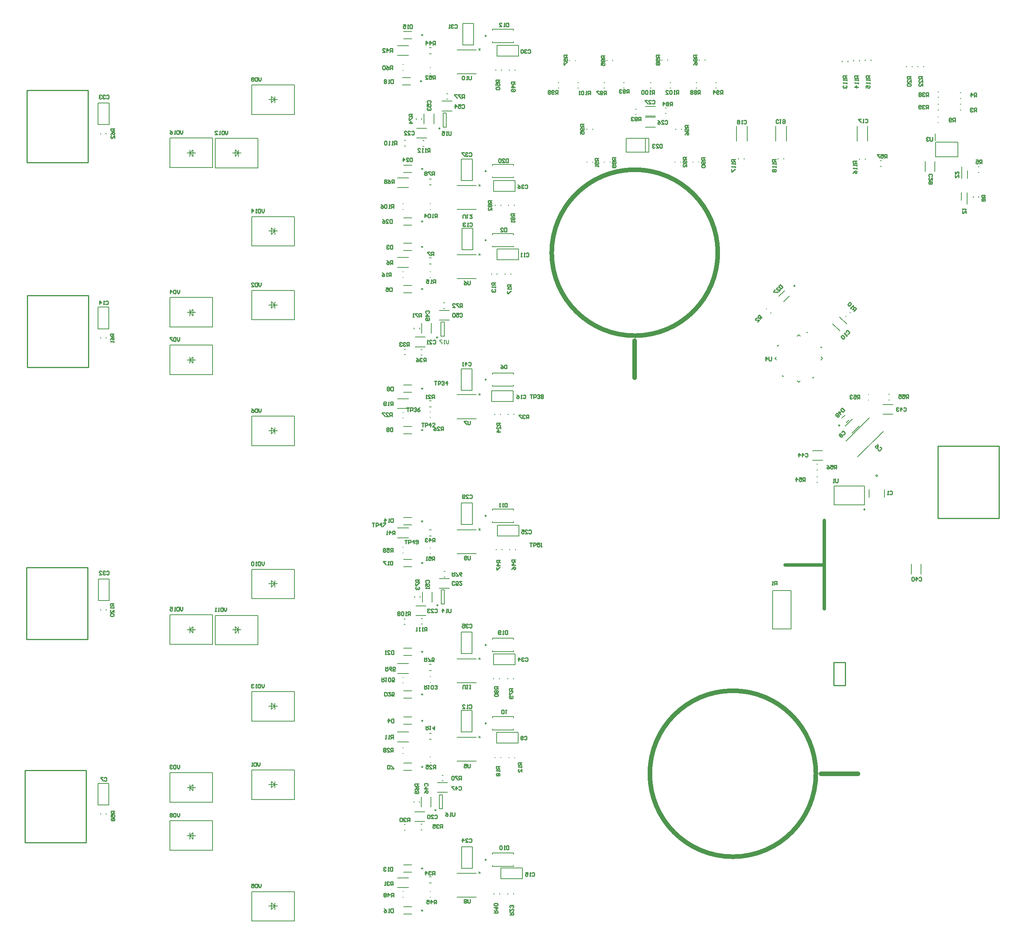
<source format=gbr>
%TF.GenerationSoftware,Altium Limited,Altium Designer,21.6.4 (81)*%
G04 Layer_Color=32896*
%FSLAX43Y43*%
%MOMM*%
%TF.SameCoordinates,A962B9D3-E780-4B03-8A10-E236CC36F35F*%
%TF.FilePolarity,Positive*%
%TF.FileFunction,Legend,Bot*%
%TF.Part,Single*%
G01*
G75*
%TA.AperFunction,NonConductor*%
%ADD136C,0.250*%
%ADD137C,1.016*%
%ADD138C,0.152*%
%ADD139C,0.200*%
%ADD140C,0.762*%
%ADD141C,0.254*%
%ADD142C,0.150*%
%ADD143C,0.076*%
G36*
X166730Y121835D02*
X166550Y121656D01*
X166820Y121386D01*
X166999Y121566D01*
X166730Y121835D01*
D02*
G37*
G36*
X165669Y128072D02*
X165939Y128342D01*
X165759Y128521D01*
X165490Y128252D01*
X165669Y128072D01*
D02*
G37*
G36*
X173237Y121212D02*
X173506Y121482D01*
X173686Y121302D01*
X173416Y121033D01*
X173237Y121212D01*
D02*
G37*
G36*
X175004Y127988D02*
X175184Y128168D01*
X175453Y127899D01*
X175274Y127719D01*
X175004Y127988D01*
D02*
G37*
D136*
X184875Y92225D02*
G03*
X184875Y92225I-125J0D01*
G01*
X87450Y80400D02*
G03*
X87450Y80400I-125J0D01*
G01*
X179293Y110735D02*
G03*
X179293Y110735I-125J0D01*
G01*
X90759Y130123D02*
G03*
X90759Y130123I-125J0D01*
G01*
X91250Y176173D02*
G03*
X91250Y176173I-125J0D01*
G01*
X90804Y71100D02*
G03*
X90804Y71100I-125J0D01*
G01*
X90387Y25950D02*
G03*
X90387Y25950I-125J0D01*
G01*
X87450Y3829D02*
G03*
X87450Y3829I-125J0D01*
G01*
Y13100D02*
G03*
X87450Y13100I-125J0D01*
G01*
X101450Y15022D02*
G03*
X101450Y15022I-125J0D01*
G01*
X87450Y51446D02*
G03*
X87450Y51446I-125J0D01*
G01*
Y60844D02*
G03*
X87450Y60844I-125J0D01*
G01*
X101450Y62340D02*
G03*
X101450Y62340I-125J0D01*
G01*
X87450Y45649D02*
G03*
X87450Y45649I-125J0D01*
G01*
Y35489D02*
G03*
X87450Y35489I-125J0D01*
G01*
X101450Y120823D02*
G03*
X101450Y120823I-125J0D01*
G01*
X169463Y141488D02*
G03*
X169463Y141488I-125J0D01*
G01*
X87450Y155694D02*
G03*
X87450Y155694I-125J0D01*
G01*
Y167255D02*
G03*
X87450Y167255I-125J0D01*
G01*
X101450Y166777D02*
G03*
X101450Y166777I-125J0D01*
G01*
X87200Y186600D02*
G03*
X87200Y186600I-125J0D01*
G01*
X87450Y196760D02*
G03*
X87450Y196760I-125J0D01*
G01*
Y89602D02*
G03*
X87450Y89602I-125J0D01*
G01*
X101450Y196576D02*
G03*
X101450Y196576I-125J0D01*
G01*
Y90816D02*
G03*
X101450Y90816I-125J0D01*
G01*
X87450Y109683D02*
G03*
X87450Y109683I-125J0D01*
G01*
Y118827D02*
G03*
X87450Y118827I-125J0D01*
G01*
Y140793D02*
G03*
X87450Y140793I-125J0D01*
G01*
Y150064D02*
G03*
X87450Y150064I-125J0D01*
G01*
X101450Y151552D02*
G03*
X101450Y151552I-125J0D01*
G01*
Y45071D02*
G03*
X101450Y45071I-125J0D01*
G01*
D137*
X115872Y148673D02*
G03*
X115872Y148793I18288J120D01*
G01*
X115872Y148673D02*
G03*
X115872Y148793I18288J120D01*
G01*
X155891Y15687D02*
G03*
X155771Y15687I-120J18288D01*
G01*
X155891Y15687D02*
G03*
X155771Y15687I-120J18288D01*
G01*
X134160Y121234D02*
Y129362D01*
X175202Y33975D02*
X183330D01*
D138*
X172210Y131212D02*
G03*
X172210Y131212I-76J0D01*
G01*
X165032Y125484D02*
X165376Y125141D01*
X170295Y120222D02*
X170638Y120565D01*
X175214Y125828D02*
X175557Y125484D01*
X170295Y130747D02*
X170638Y130403D01*
X165032Y125484D02*
X165376Y125828D01*
X169951Y120565D02*
X170295Y120222D01*
X175214Y125141D02*
X175557Y125484D01*
X169951Y130403D02*
X170295Y130747D01*
X95004Y12063D02*
X99246D01*
X95004Y6805D02*
X99246D01*
X95004Y59254D02*
X99246D01*
X95004Y53996D02*
X99246D01*
X95004Y112225D02*
X99246D01*
X95004Y117483D02*
X99246D01*
X95004Y158306D02*
X99246D01*
X95004Y163564D02*
X99246D01*
X95004Y188232D02*
X99246D01*
X95004Y193490D02*
X99246D01*
X95004Y82472D02*
X99246D01*
X95004Y87730D02*
X99246D01*
X95004Y143081D02*
X99246D01*
X95004Y148339D02*
X99246D01*
X95004Y36727D02*
X99246D01*
X95004Y41985D02*
X99246D01*
D139*
X164525Y65850D02*
Y74375D01*
X164575D02*
X168625D01*
X164525Y65850D02*
X168625D01*
Y74375D01*
X41800Y173950D02*
X51200D01*
X41800Y167450D02*
X51200D01*
X41800D02*
Y173950D01*
X51200Y167450D02*
Y173950D01*
X46143Y171457D02*
X46850Y170750D01*
X46143Y170043D02*
X46850Y170750D01*
X46143Y170043D02*
Y171457D01*
X46850Y170750D02*
Y171450D01*
X45550Y170750D02*
X46850D01*
Y170050D02*
Y170750D01*
X47450D01*
X41800Y68875D02*
X51200D01*
X41800Y62375D02*
X51200D01*
X41800D02*
Y68875D01*
X51200Y62375D02*
Y68875D01*
X46143Y66382D02*
X46850Y65675D01*
X46143Y64968D02*
X46850Y65675D01*
X46143Y64968D02*
Y66382D01*
X46850Y65675D02*
Y66375D01*
X45550Y65675D02*
X46850D01*
Y64975D02*
Y65675D01*
X47450D01*
X31800Y62500D02*
X41200D01*
X31800Y69000D02*
X41200D01*
Y62500D02*
Y69000D01*
X31800Y62500D02*
Y69000D01*
X36150Y65700D02*
X36857Y64993D01*
X36150Y65700D02*
X36857Y66407D01*
Y64993D02*
Y66407D01*
X36150Y65000D02*
Y65700D01*
X37450D01*
X36150D02*
Y66400D01*
X35550Y65700D02*
X36150D01*
X49800Y185750D02*
X59200D01*
X49800Y179250D02*
X59200D01*
X49800D02*
Y185750D01*
X59200Y179250D02*
Y185750D01*
X54143Y183257D02*
X54850Y182550D01*
X54143Y181843D02*
X54850Y182550D01*
X54143Y181843D02*
Y183257D01*
X54850Y182550D02*
Y183250D01*
X53550Y182550D02*
X54850D01*
Y181850D02*
Y182550D01*
X55450D01*
X31800Y167550D02*
X41200D01*
X31800Y174050D02*
X41200D01*
Y167550D02*
Y174050D01*
X31800Y167550D02*
Y174050D01*
X36150Y170750D02*
X36857Y170043D01*
X36150Y170750D02*
X36857Y171457D01*
Y170043D02*
Y171457D01*
X36150Y170050D02*
Y170750D01*
X37450D01*
X36150D02*
Y171450D01*
X35550Y170750D02*
X36150D01*
X31800Y27700D02*
X41200D01*
X31800Y34200D02*
X41200D01*
Y27700D02*
Y34200D01*
X31800Y27700D02*
Y34200D01*
X36150Y30900D02*
X36857Y30193D01*
X36150Y30900D02*
X36857Y31607D01*
Y30193D02*
Y31607D01*
X36150Y30200D02*
Y30900D01*
X37450D01*
X36150D02*
Y31600D01*
X35550Y30900D02*
X36150D01*
X31800Y17100D02*
X41200D01*
X31800Y23600D02*
X41200D01*
Y17100D02*
Y23600D01*
X31800Y17100D02*
Y23600D01*
X36150Y20300D02*
X36857Y19593D01*
X36150Y20300D02*
X36857Y21007D01*
Y19593D02*
Y21007D01*
X36150Y19600D02*
Y20300D01*
X37450D01*
X36150D02*
Y21000D01*
X35550Y20300D02*
X36150D01*
X31800Y132400D02*
X41200D01*
X31800Y138900D02*
X41200D01*
Y132400D02*
Y138900D01*
X31800Y132400D02*
Y138900D01*
X36150Y135600D02*
X36857Y134893D01*
X36150Y135600D02*
X36857Y136307D01*
Y134893D02*
Y136307D01*
X36150Y134900D02*
Y135600D01*
X37450D01*
X36150D02*
Y136300D01*
X35550Y135600D02*
X36150D01*
X31800Y121950D02*
X41200D01*
X31800Y128450D02*
X41200D01*
Y121950D02*
Y128450D01*
X31800Y121950D02*
Y128450D01*
X36150Y125150D02*
X36857Y124443D01*
X36150Y125150D02*
X36857Y125857D01*
Y124443D02*
Y125857D01*
X36150Y124450D02*
Y125150D01*
X37450D01*
X36150D02*
Y125850D01*
X35550Y125150D02*
X36150D01*
X49800Y79025D02*
X59200D01*
X49800Y72525D02*
X59200D01*
X49800D02*
Y79025D01*
X59200Y72525D02*
Y79025D01*
X54143Y76532D02*
X54850Y75825D01*
X54143Y75118D02*
X54850Y75825D01*
X54143Y75118D02*
Y76532D01*
X54850Y75825D02*
Y76525D01*
X53550Y75825D02*
X54850D01*
Y75125D02*
Y75825D01*
X55450D01*
X49800Y8000D02*
X59200D01*
X49800Y1500D02*
X59200D01*
X49800D02*
Y8000D01*
X59200Y1500D02*
Y8000D01*
X54143Y5507D02*
X54850Y4800D01*
X54143Y4093D02*
X54850Y4800D01*
X54143Y4093D02*
Y5507D01*
X54850Y4800D02*
Y5500D01*
X53550Y4800D02*
X54850D01*
Y4100D02*
Y4800D01*
X55450D01*
X49800Y112750D02*
X59200D01*
X49800Y106250D02*
X59200D01*
X49800D02*
Y112750D01*
X59200Y106250D02*
Y112750D01*
X54143Y110257D02*
X54850Y109550D01*
X54143Y108843D02*
X54850Y109550D01*
X54143Y108843D02*
Y110257D01*
X54850Y109550D02*
Y110250D01*
X53550Y109550D02*
X54850D01*
Y108850D02*
Y109550D01*
X55450D01*
X49800Y140489D02*
X59200D01*
X49800Y133989D02*
X59200D01*
X49800D02*
Y140489D01*
X59200Y133989D02*
Y140489D01*
X54143Y137996D02*
X54850Y137289D01*
X54143Y136582D02*
X54850Y137289D01*
X54143Y136582D02*
Y137996D01*
X54850Y137289D02*
Y137989D01*
X53550Y137289D02*
X54850D01*
Y136589D02*
Y137289D01*
X55450D01*
X49800Y34775D02*
X59200D01*
X49800Y28275D02*
X59200D01*
X49800D02*
Y34775D01*
X59200Y28275D02*
Y34775D01*
X54143Y32282D02*
X54850Y31575D01*
X54143Y30868D02*
X54850Y31575D01*
X54143Y30868D02*
Y32282D01*
X54850Y31575D02*
Y32275D01*
X53550Y31575D02*
X54850D01*
Y30875D02*
Y31575D01*
X55450D01*
X49800Y52050D02*
X59200D01*
X49800Y45550D02*
X59200D01*
X49800D02*
Y52050D01*
X59200Y45550D02*
Y52050D01*
X54143Y49557D02*
X54850Y48850D01*
X54143Y48143D02*
X54850Y48850D01*
X54143Y48143D02*
Y49557D01*
X54850Y48850D02*
Y49550D01*
X53550Y48850D02*
X54850D01*
Y48150D02*
Y48850D01*
X55450D01*
X49800Y156750D02*
X59200D01*
X49800Y150250D02*
X59200D01*
X49800D02*
Y156750D01*
X59200Y150250D02*
Y156750D01*
X54143Y154257D02*
X54850Y153550D01*
X54143Y152843D02*
X54850Y153550D01*
X54143Y152843D02*
Y154257D01*
X54850Y153550D02*
Y154250D01*
X53550Y153550D02*
X54850D01*
Y152850D02*
Y153550D01*
X55450D01*
X178100Y93250D02*
Y97350D01*
X184800Y93250D02*
Y97350D01*
X178100D02*
X184800D01*
X178100Y93250D02*
X184800D01*
X103800Y192100D02*
Y194500D01*
X108550D01*
Y192100D02*
Y194500D01*
X103800Y192100D02*
X108550D01*
X103077Y162275D02*
Y164675D01*
X107827D01*
Y162275D02*
Y164675D01*
X103077Y162275D02*
X107827D01*
X95975Y169450D02*
X98375D01*
Y164700D02*
Y169450D01*
X95975Y164700D02*
X98375D01*
X95975D02*
Y169450D01*
X95925Y118448D02*
Y123198D01*
Y118448D02*
X98325D01*
Y123198D01*
X95925D02*
X98325D01*
X102668Y115990D02*
Y118390D01*
X107418D01*
Y115990D02*
Y118390D01*
X102668Y115990D02*
X107418D01*
X103900Y86329D02*
Y88729D01*
X108650D01*
Y86329D02*
Y88729D01*
X103900Y86329D02*
X108650D01*
X103050Y58000D02*
Y60400D01*
X107800D01*
Y58000D02*
Y60400D01*
X103050Y58000D02*
X107800D01*
X104700Y10800D02*
Y13200D01*
X109450D01*
Y10800D02*
Y13200D01*
X104700Y10800D02*
X109450D01*
X96250Y199275D02*
X98650D01*
Y194525D02*
Y199275D01*
X96250Y194525D02*
X98650D01*
X96250D02*
Y199275D01*
X96000Y17900D02*
X98400D01*
Y13150D02*
Y17900D01*
X96000Y13150D02*
X98400D01*
X96000D02*
Y17900D01*
X103725Y40704D02*
X108475D01*
Y43104D01*
X103725D02*
X108475D01*
X103725Y40704D02*
Y43104D01*
X16000Y72125D02*
Y76875D01*
Y72125D02*
X18400D01*
Y76875D01*
X16000D02*
X18400D01*
X95975Y88925D02*
Y93675D01*
Y88925D02*
X98375D01*
Y93675D01*
X95975D02*
X98375D01*
X15925Y27100D02*
Y31850D01*
Y27100D02*
X18325D01*
Y31850D01*
X15925D02*
X18325D01*
X15950Y177000D02*
Y181750D01*
Y177000D02*
X18350D01*
Y181750D01*
X15950D02*
X18350D01*
X15925Y132033D02*
Y136783D01*
Y132033D02*
X18325D01*
Y136783D01*
X15925D02*
X18325D01*
X103816Y147210D02*
X108566D01*
Y149610D01*
X103816D02*
X108566D01*
X103816Y147210D02*
Y149610D01*
X95925Y43140D02*
Y47890D01*
Y43140D02*
X98325D01*
Y47890D01*
X95925D02*
X98325D01*
X96077Y149425D02*
Y154175D01*
Y149425D02*
X98477D01*
Y154175D01*
X96077D02*
X98477D01*
X95925Y60425D02*
Y65175D01*
Y60425D02*
X98325D01*
Y65175D01*
X95925D02*
X98325D01*
X85925Y68825D02*
X88125D01*
X85925Y70975D02*
X88125D01*
X87404Y71825D02*
Y74025D01*
X89554Y71825D02*
Y74025D01*
X83250Y81200D02*
X85000D01*
X83250Y79600D02*
X85000D01*
X85828Y128029D02*
X88028D01*
X85828Y130179D02*
X88028D01*
X103862Y144011D02*
Y144157D01*
X102612Y144011D02*
Y144157D01*
X200282Y166742D02*
Y168943D01*
X198132Y166742D02*
Y168943D01*
X128680Y168711D02*
Y168856D01*
X127430Y168711D02*
Y168856D01*
X188850Y115351D02*
X191050D01*
X188850Y113201D02*
X191050D01*
X173298Y103050D02*
X175498D01*
X173298Y105200D02*
X175498D01*
X197225Y78000D02*
Y80200D01*
X195075Y78000D02*
Y80200D01*
X200310Y173475D02*
Y175001D01*
X200440Y173126D02*
X205340D01*
Y169926D02*
Y173126D01*
X200440Y169926D02*
X205340D01*
X200440D02*
Y173126D01*
X206113Y160322D02*
Y162022D01*
X207363Y159472D02*
Y162022D01*
X207413Y165147D02*
Y166847D01*
X206163Y165147D02*
Y167697D01*
X200912Y177505D02*
X201058D01*
X200912Y178755D02*
X201058D01*
X200940Y184272D02*
X201085D01*
X200940Y183022D02*
X201085D01*
X209815Y167747D02*
X209960D01*
X209815Y166497D02*
X209960D01*
X200940Y181522D02*
X201085D01*
X200940Y180272D02*
X201085D01*
X209938Y160974D02*
Y161220D01*
X208688Y160974D02*
Y161220D01*
X205881Y182812D02*
X206027D01*
X205881Y184062D02*
X206027D01*
X205881Y181522D02*
X206027D01*
X205881Y180272D02*
X206027D01*
X183620Y191005D02*
Y191250D01*
X182370Y191005D02*
Y191250D01*
X107425Y54901D02*
Y55047D01*
X106175Y54901D02*
Y55047D01*
X163182Y136390D02*
X163284Y136492D01*
X164066Y135506D02*
X164168Y135609D01*
X180672Y107279D02*
X185833Y112440D01*
X183270Y103796D02*
X188874Y109400D01*
X182088Y109087D02*
X183644Y110643D01*
X180568Y110607D02*
X182124Y112163D01*
X180759Y111371D02*
X181360Y111972D01*
X179804Y112326D02*
X180405Y112927D01*
X177774Y133122D02*
X179329Y131566D01*
X179294Y134642D02*
X180850Y133087D01*
X16500Y70027D02*
Y70172D01*
X17750Y70027D02*
Y70172D01*
X92184Y130398D02*
Y133498D01*
X91484Y130398D02*
Y133498D01*
X92184D01*
X91484Y130398D02*
X92184D01*
X86803Y132027D02*
Y132273D01*
X85553Y132027D02*
Y132273D01*
X89334Y131050D02*
Y133250D01*
X87184Y131050D02*
Y133250D01*
X91085Y133919D02*
X93285D01*
X91085Y136069D02*
X93285D01*
X92063Y137770D02*
X92308D01*
X92063Y136520D02*
X92308D01*
X92702Y183843D02*
X92948D01*
X92702Y182593D02*
X92948D01*
X91725Y180043D02*
X93925D01*
X91725Y182193D02*
X93925D01*
X92675Y176448D02*
Y179548D01*
X91975Y176448D02*
Y179548D01*
X92675D01*
X91975Y176448D02*
X92675D01*
X89900Y177173D02*
Y179373D01*
X87750Y177173D02*
Y179373D01*
X87250Y178150D02*
Y178395D01*
X86000Y178150D02*
Y178395D01*
X92157Y78572D02*
X92402D01*
X92157Y77322D02*
X92402D01*
X91129Y74822D02*
X93329D01*
X91129Y76972D02*
X93329D01*
X92229Y71375D02*
Y74475D01*
X91529Y71375D02*
Y74475D01*
X92229D01*
X91529Y71375D02*
X92229D01*
X86929Y72802D02*
Y73048D01*
X85679Y72802D02*
Y73048D01*
X91812Y26225D02*
Y29325D01*
X91112Y26225D02*
Y29325D01*
X91812D01*
X91112Y26225D02*
X91812D01*
X89274Y26675D02*
Y28875D01*
X87124Y26675D02*
Y28875D01*
X86750Y27652D02*
Y27898D01*
X85500Y27652D02*
Y27898D01*
X90712Y29881D02*
X92912D01*
X90712Y32031D02*
X92912D01*
X91689Y33650D02*
X91934D01*
X91689Y32400D02*
X91934D01*
X106230Y7457D02*
Y7602D01*
X107480Y7457D02*
Y7602D01*
X106378Y159211D02*
Y159357D01*
X107628Y159211D02*
Y159357D01*
X106550Y189002D02*
Y189148D01*
X107800Y189002D02*
Y189148D01*
X106632Y83302D02*
Y83448D01*
X107882Y83302D02*
Y83448D01*
X106275Y113130D02*
Y113275D01*
X107525Y113130D02*
Y113275D01*
X105639Y144011D02*
Y144157D01*
X106889Y144011D02*
Y144157D01*
X106475Y37475D02*
Y37620D01*
X107725Y37475D02*
Y37620D01*
X104882Y83302D02*
Y83448D01*
X103632Y83302D02*
Y83448D01*
X83052Y38420D02*
X83198D01*
X83052Y39670D02*
X83198D01*
X83250Y4629D02*
X85000D01*
X83250Y3029D02*
X85000D01*
X83250Y12300D02*
X85000D01*
X83250Y13900D02*
X85000D01*
X81919Y11000D02*
X84331D01*
X81919Y8850D02*
X84331D01*
X83052Y6760D02*
X83198D01*
X83052Y8010D02*
X83198D01*
X88900Y9885D02*
X89350D01*
X88900Y11235D02*
X89350D01*
X89052Y8010D02*
X89198D01*
X89052Y6760D02*
X89198D01*
X103168Y7457D02*
Y7602D01*
X104418Y7457D02*
Y7602D01*
X102825Y13562D02*
X107425D01*
Y16247D02*
Y16482D01*
Y13562D02*
Y13797D01*
X102825Y16482D02*
X107425D01*
X102825Y16247D02*
Y16482D01*
Y13562D02*
Y13797D01*
X83052Y53996D02*
X83198D01*
X83052Y55246D02*
X83198D01*
X89052Y55373D02*
X89198D01*
X89052Y54123D02*
X89198D01*
X81919Y56086D02*
X84331D01*
X81919Y58236D02*
X84331D01*
X83250Y50646D02*
X85000D01*
X83250Y52246D02*
X85000D01*
X88900Y56740D02*
X89350D01*
X88900Y58090D02*
X89350D01*
X83250Y60044D02*
X85000D01*
X83250Y61644D02*
X85000D01*
X103075Y54901D02*
Y55047D01*
X104325Y54901D02*
Y55047D01*
X102825Y60880D02*
Y61115D01*
Y63565D02*
Y63800D01*
X107425D01*
Y60880D02*
Y61115D01*
Y63565D02*
Y63800D01*
X102825Y60880D02*
X107425D01*
X83250Y46449D02*
X85000D01*
X83250Y44849D02*
X85000D01*
X83250Y34689D02*
X85000D01*
X83250Y36289D02*
X85000D01*
X81919Y41018D02*
X84331D01*
X81919Y43168D02*
X84331D01*
X102825Y119363D02*
Y119598D01*
Y122048D02*
Y122283D01*
X107425D01*
Y119363D02*
Y119598D01*
Y122048D02*
Y122283D01*
X102825Y119363D02*
X107425D01*
X104600Y113130D02*
Y113275D01*
X103350Y113130D02*
Y113275D01*
X89052Y37647D02*
X89198D01*
X89052Y36397D02*
X89198D01*
X136480Y181034D02*
X138680D01*
X136480Y178884D02*
X138680D01*
X136480Y178621D02*
X138680D01*
X136480Y176471D02*
X138680D01*
X86157Y176185D02*
X88357D01*
X86157Y174035D02*
X88357D01*
X85717Y25575D02*
X87917D01*
X85717Y23425D02*
X87917D01*
X165891Y139172D02*
X167128Y140409D01*
X167022Y138041D02*
X168259Y139278D01*
X165750Y169427D02*
Y169573D01*
X167000Y169427D02*
Y169573D01*
X158275Y169427D02*
Y169573D01*
X157025Y169427D02*
Y169573D01*
X184925Y169377D02*
Y169523D01*
X183675Y169377D02*
Y169523D01*
X184910Y191128D02*
Y191373D01*
X186160Y191128D02*
Y191373D01*
X181080Y190882D02*
Y191128D01*
X179830Y190882D02*
Y191128D01*
X87455Y173475D02*
X87700D01*
X87455Y172225D02*
X87700D01*
X87160Y66950D02*
X87405D01*
X87160Y68200D02*
X87405D01*
X83452Y173554D02*
X83698D01*
X83452Y172304D02*
X83698D01*
X83327Y68100D02*
X83573D01*
X83327Y66850D02*
X83573D01*
X83052Y159621D02*
X83198D01*
X83052Y158371D02*
X83198D01*
X89052Y159621D02*
X89198D01*
X89052Y158371D02*
X89198D01*
X141952Y186299D02*
X142097D01*
X141952Y185049D02*
X142097D01*
X121632Y186299D02*
X121777D01*
X121632Y185049D02*
X121777D01*
X137634Y186299D02*
X137779D01*
X137634Y185049D02*
X137779D01*
X117314Y186299D02*
X117459D01*
X117314Y185049D02*
X117459D01*
X141380Y191190D02*
Y191335D01*
X140130Y191190D02*
Y191335D01*
X121060Y191063D02*
Y191208D01*
X119810Y191063D02*
Y191208D01*
X143178Y175950D02*
Y176095D01*
X144428Y175950D02*
Y176095D01*
X124887Y175932D02*
Y176078D01*
X123637Y175932D02*
Y176078D01*
X151985Y186299D02*
X152130D01*
X151985Y185049D02*
X152130D01*
X131665Y186299D02*
X131810D01*
X131665Y185049D02*
X131810D01*
X143051Y168711D02*
Y168856D01*
X144301Y168711D02*
Y168856D01*
X124870Y168711D02*
Y168856D01*
X123620Y168711D02*
Y168856D01*
X146988Y168711D02*
Y168856D01*
X148238Y168711D02*
Y168856D01*
X147667Y186299D02*
X147812D01*
X147667Y185049D02*
X147812D01*
X127347Y186299D02*
X127492D01*
X127347Y185049D02*
X127492D01*
X149635Y191190D02*
Y191335D01*
X148385Y191190D02*
Y191335D01*
X129315Y191098D02*
Y191243D01*
X128065Y191098D02*
Y191243D01*
X140936Y179461D02*
X141081D01*
X140936Y180711D02*
X141081D01*
X134332Y179207D02*
X134477D01*
X134332Y180457D02*
X134477D01*
X103378Y159211D02*
Y159357D01*
X104628Y159211D02*
Y159357D01*
X88900Y165059D02*
X89350D01*
X88900Y163709D02*
X89350D01*
X81919Y163132D02*
X84331D01*
X81919Y165282D02*
X84331D01*
X16500Y174933D02*
Y175078D01*
X17750Y174933D02*
Y175078D01*
X16500Y129987D02*
Y130132D01*
X17750Y129987D02*
Y130132D01*
X83050Y188956D02*
X83196D01*
X83050Y190206D02*
X83196D01*
X83052Y82619D02*
X83198D01*
X83052Y83869D02*
X83198D01*
X16500Y25065D02*
Y25210D01*
X17750Y25065D02*
Y25210D01*
X188227Y169050D02*
X188473D01*
X188227Y167800D02*
X188473D01*
X174252Y100925D02*
X174398D01*
X174252Y102175D02*
X174398D01*
X190102Y117625D02*
X190248D01*
X190102Y116375D02*
X190248D01*
X174247Y99425D02*
X174393D01*
X174247Y98175D02*
X174393D01*
X185577Y117625D02*
X185723D01*
X185577Y116375D02*
X185723D01*
X89052Y188331D02*
X89198D01*
X89052Y189581D02*
X89198D01*
X89052Y82465D02*
X89198D01*
X89052Y83715D02*
X89198D01*
X104800Y189002D02*
Y189148D01*
X103550Y189002D02*
Y189148D01*
X88900Y192656D02*
X89350D01*
X88900Y194006D02*
X89350D01*
X88900Y87722D02*
X89350D01*
X88900Y86372D02*
X89350D01*
X81919Y192256D02*
X84331D01*
X81919Y194406D02*
X84331D01*
X81919Y85972D02*
X84331D01*
X81919Y88122D02*
X84331D01*
X87076Y126210D02*
X87321D01*
X87076Y127460D02*
X87321D01*
X87052Y21600D02*
X87298D01*
X87052Y22850D02*
X87298D01*
X83401Y127540D02*
X83646D01*
X83401Y126290D02*
X83646D01*
X83378Y22736D02*
X83623D01*
X83378Y21486D02*
X83623D01*
X83052Y113610D02*
X83198D01*
X83052Y112360D02*
X83198D01*
X89052Y112487D02*
X89198D01*
X89052Y113737D02*
X89198D01*
X196515Y189752D02*
Y189898D01*
X197765Y189752D02*
Y189898D01*
X88900Y116200D02*
X89350D01*
X88900Y114850D02*
X89350D01*
X193975Y189752D02*
Y189898D01*
X195225Y189752D02*
Y189898D01*
X81919Y114450D02*
X84331D01*
X81919Y116600D02*
X84331D01*
X104681Y37475D02*
Y37620D01*
X103431Y37475D02*
Y37620D01*
X83052Y144593D02*
X83198D01*
X83052Y143343D02*
X83198D01*
X89052D02*
X89198D01*
X89052Y144593D02*
X89198D01*
X88900Y42882D02*
X89350D01*
X88900Y41532D02*
X89350D01*
X181516Y135693D02*
X181618Y135591D01*
X180632Y134809D02*
X180734Y134707D01*
X88900Y147691D02*
X89350D01*
X88900Y146341D02*
X89350D01*
X81919Y145560D02*
X84331D01*
X81919Y147710D02*
X84331D01*
X83250Y156494D02*
X85000D01*
X83250Y154894D02*
X85000D01*
X83250Y168055D02*
X85000D01*
X83250Y166455D02*
X85000D01*
X102825Y165317D02*
X107425D01*
Y168002D02*
Y168237D01*
Y165317D02*
Y165552D01*
X102825Y168237D02*
X107425D01*
X102825Y168002D02*
Y168237D01*
Y165317D02*
Y165552D01*
X83000Y185800D02*
X84750D01*
X83000Y187400D02*
X84750D01*
X83250Y197560D02*
X85000D01*
X83250Y195960D02*
X85000D01*
X83250Y90402D02*
X85000D01*
X83250Y88802D02*
X85000D01*
X102825Y195116D02*
X107425D01*
Y197801D02*
Y198036D01*
Y195116D02*
Y195351D01*
X102825Y198036D02*
X107425D01*
X102825Y197801D02*
Y198036D01*
Y195116D02*
Y195351D01*
Y89356D02*
X107425D01*
Y92041D02*
Y92276D01*
Y89356D02*
Y89591D01*
X102825Y92276D02*
X107425D01*
X102825Y92041D02*
Y92276D01*
Y89356D02*
Y89591D01*
X83250Y110483D02*
X85000D01*
X83250Y108883D02*
X85000D01*
X83250Y119627D02*
X85000D01*
X83250Y118027D02*
X85000D01*
X83250Y141593D02*
X85000D01*
X83250Y139993D02*
X85000D01*
X83250Y150864D02*
X85000D01*
X83250Y149264D02*
X85000D01*
X102825Y150092D02*
X107425D01*
Y152777D02*
Y153012D01*
Y150092D02*
Y150327D01*
X102825Y153012D02*
X107425D01*
X102825Y152777D02*
Y153012D01*
Y150092D02*
Y150327D01*
Y43611D02*
X107425D01*
Y46296D02*
Y46531D01*
Y43611D02*
Y43846D01*
X102825Y46531D02*
X107425D01*
X102825Y46296D02*
Y46531D01*
Y43611D02*
Y43846D01*
X167553Y173404D02*
Y176710D01*
X165197Y173404D02*
Y176710D01*
X158903Y173404D02*
Y176710D01*
X156547Y173404D02*
Y176710D01*
X185478Y173404D02*
Y176710D01*
X183122Y173404D02*
Y176710D01*
X189150Y94875D02*
Y96625D01*
X185750Y94875D02*
Y96625D01*
X187150Y99675D02*
X187750D01*
X187450Y99375D02*
Y99975D01*
X93184Y129504D02*
Y128837D01*
X93050Y128704D01*
X92784D01*
X92650Y128837D01*
Y129504D01*
X92384Y128704D02*
X92117D01*
X92251D01*
Y129504D01*
X92384Y129370D01*
X91717Y129504D02*
X91184D01*
Y129370D01*
X91717Y128837D01*
Y128704D01*
D140*
X175845Y80173D02*
Y89825D01*
X167209Y80046D02*
X175845D01*
Y70394D02*
Y79919D01*
D141*
X200919Y90286D02*
X214381D01*
X200919Y106161D02*
X214381D01*
X200919Y90286D02*
Y106161D01*
X214381Y90286D02*
Y106161D01*
X294Y184559D02*
X13756D01*
X294Y168684D02*
X13756D01*
Y184559D01*
X294Y168684D02*
Y184559D01*
X319Y139389D02*
X13781D01*
X319Y123514D02*
X13781D01*
Y139389D01*
X319Y123514D02*
Y139389D01*
X169Y79439D02*
X13631D01*
X169Y63564D02*
X13631D01*
Y79439D01*
X169Y63564D02*
Y79439D01*
X-156Y34689D02*
X13306D01*
X-156Y18814D02*
X13306D01*
Y34689D01*
X-156Y18814D02*
Y34689D01*
X177980Y53405D02*
X180520D01*
Y58485D01*
X177980D02*
X180520D01*
X177980Y53405D02*
Y58485D01*
X165436Y75572D02*
Y76372D01*
X165036D01*
X164903Y76238D01*
Y75972D01*
X165036Y75839D01*
X165436D01*
X165169D02*
X164903Y75572D01*
X164636D02*
X164369D01*
X164503D01*
Y76372D01*
X164636Y76238D01*
X34565Y175723D02*
Y175190D01*
X34298Y174923D01*
X34031Y175190D01*
Y175723D01*
X33765D02*
Y174923D01*
X33365D01*
X33232Y175057D01*
Y175590D01*
X33365Y175723D01*
X33765D01*
X32965Y174923D02*
X32699D01*
X32832D01*
Y175723D01*
X32965Y175590D01*
X31765Y175723D02*
X32032Y175590D01*
X32299Y175323D01*
Y175057D01*
X32165Y174923D01*
X31899D01*
X31765Y175057D01*
Y175190D01*
X31899Y175323D01*
X32299D01*
X34565Y70669D02*
Y70136D01*
X34298Y69869D01*
X34031Y70136D01*
Y70669D01*
X33765D02*
Y69869D01*
X33365D01*
X33232Y70002D01*
Y70535D01*
X33365Y70669D01*
X33765D01*
X32965Y69869D02*
X32699D01*
X32832D01*
Y70669D01*
X32965Y70535D01*
X31765Y70669D02*
X32299D01*
Y70269D01*
X32032Y70402D01*
X31899D01*
X31765Y70269D01*
Y70002D01*
X31899Y69869D01*
X32165D01*
X32299Y70002D01*
X52497Y158400D02*
Y157867D01*
X52230Y157601D01*
X51964Y157867D01*
Y158400D01*
X51697D02*
Y157601D01*
X51297D01*
X51164Y157734D01*
Y158267D01*
X51297Y158400D01*
X51697D01*
X50898Y157601D02*
X50631D01*
X50764D01*
Y158400D01*
X50898Y158267D01*
X49831Y157601D02*
Y158400D01*
X50231Y158000D01*
X49698D01*
X52497Y53702D02*
Y53168D01*
X52230Y52902D01*
X51964Y53168D01*
Y53702D01*
X51697D02*
Y52902D01*
X51297D01*
X51164Y53035D01*
Y53568D01*
X51297Y53702D01*
X51697D01*
X50898Y52902D02*
X50631D01*
X50764D01*
Y53702D01*
X50898Y53568D01*
X50231D02*
X50098Y53702D01*
X49831D01*
X49698Y53568D01*
Y53435D01*
X49831Y53302D01*
X49964D01*
X49831D01*
X49698Y53168D01*
Y53035D01*
X49831Y52902D01*
X50098D01*
X50231Y53035D01*
X44496Y175622D02*
Y175088D01*
X44229Y174822D01*
X43963Y175088D01*
Y175622D01*
X43696D02*
Y174822D01*
X43296D01*
X43163Y174955D01*
Y175488D01*
X43296Y175622D01*
X43696D01*
X42897Y174822D02*
X42630D01*
X42763D01*
Y175622D01*
X42897Y175488D01*
X41697Y174822D02*
X42230D01*
X41697Y175355D01*
Y175488D01*
X41830Y175622D01*
X42097D01*
X42230Y175488D01*
X44242Y70542D02*
Y70009D01*
X43975Y69742D01*
X43709Y70009D01*
Y70542D01*
X43442D02*
Y69742D01*
X43042D01*
X42909Y69875D01*
Y70408D01*
X43042Y70542D01*
X43442D01*
X42643Y69742D02*
X42376D01*
X42509D01*
Y70542D01*
X42643Y70408D01*
X41976Y69742D02*
X41709D01*
X41843D01*
Y70542D01*
X41976Y70408D01*
X52497Y80676D02*
Y80143D01*
X52230Y79877D01*
X51964Y80143D01*
Y80676D01*
X51697D02*
Y79877D01*
X51297D01*
X51164Y80010D01*
Y80543D01*
X51297Y80676D01*
X51697D01*
X50898Y79877D02*
X50631D01*
X50764D01*
Y80676D01*
X50898Y80543D01*
X50231D02*
X50098Y80676D01*
X49831D01*
X49698Y80543D01*
Y80010D01*
X49831Y79877D01*
X50098D01*
X50231Y80010D01*
Y80543D01*
X51837Y187407D02*
Y186874D01*
X51570Y186607D01*
X51303Y186874D01*
Y187407D01*
X51037D02*
Y186607D01*
X50637D01*
X50504Y186741D01*
Y187274D01*
X50637Y187407D01*
X51037D01*
X50237Y186741D02*
X50104Y186607D01*
X49837D01*
X49704Y186741D01*
Y187274D01*
X49837Y187407D01*
X50104D01*
X50237Y187274D01*
Y187141D01*
X50104Y187007D01*
X49704D01*
X33879Y25254D02*
Y24720D01*
X33612Y24454D01*
X33346Y24720D01*
Y25254D01*
X33079D02*
Y24454D01*
X32679D01*
X32546Y24587D01*
Y25120D01*
X32679Y25254D01*
X33079D01*
X32279Y25120D02*
X32146Y25254D01*
X31879D01*
X31746Y25120D01*
Y24987D01*
X31879Y24854D01*
X31746Y24720D01*
Y24587D01*
X31879Y24454D01*
X32146D01*
X32279Y24587D01*
Y24720D01*
X32146Y24854D01*
X32279Y24987D01*
Y25120D01*
X32146Y24854D02*
X31879D01*
X33879Y130105D02*
Y129572D01*
X33612Y129305D01*
X33346Y129572D01*
Y130105D01*
X33079D02*
Y129305D01*
X32679D01*
X32546Y129438D01*
Y129971D01*
X32679Y130105D01*
X33079D01*
X32279D02*
X31746D01*
Y129971D01*
X32279Y129438D01*
Y129305D01*
X51837Y114408D02*
Y113874D01*
X51570Y113608D01*
X51303Y113874D01*
Y114408D01*
X51037D02*
Y113608D01*
X50637D01*
X50504Y113741D01*
Y114274D01*
X50637Y114408D01*
X51037D01*
X49704D02*
X49971Y114274D01*
X50237Y114008D01*
Y113741D01*
X50104Y113608D01*
X49837D01*
X49704Y113741D01*
Y113874D01*
X49837Y114008D01*
X50237D01*
X51837Y9658D02*
Y9125D01*
X51570Y8858D01*
X51303Y9125D01*
Y9658D01*
X51037D02*
Y8858D01*
X50637D01*
X50504Y8991D01*
Y9525D01*
X50637Y9658D01*
X51037D01*
X49704D02*
X50237D01*
Y9258D01*
X49971Y9391D01*
X49837D01*
X49704Y9258D01*
Y8991D01*
X49837Y8858D01*
X50104D01*
X50237Y8991D01*
X33879Y140570D02*
Y140036D01*
X33612Y139770D01*
X33346Y140036D01*
Y140570D01*
X33079D02*
Y139770D01*
X32679D01*
X32546Y139903D01*
Y140436D01*
X32679Y140570D01*
X33079D01*
X31879Y139770D02*
Y140570D01*
X32279Y140170D01*
X31746D01*
X33879Y35871D02*
Y35338D01*
X33612Y35071D01*
X33346Y35338D01*
Y35871D01*
X33079D02*
Y35071D01*
X32679D01*
X32546Y35204D01*
Y35737D01*
X32679Y35871D01*
X33079D01*
X32279Y35737D02*
X32146Y35871D01*
X31879D01*
X31746Y35737D01*
Y35604D01*
X31879Y35471D01*
X32013D01*
X31879D01*
X31746Y35338D01*
Y35204D01*
X31879Y35071D01*
X32146D01*
X32279Y35204D01*
X51837Y142144D02*
Y141611D01*
X51570Y141345D01*
X51303Y141611D01*
Y142144D01*
X51037D02*
Y141345D01*
X50637D01*
X50504Y141478D01*
Y142011D01*
X50637Y142144D01*
X51037D01*
X49704Y141345D02*
X50237D01*
X49704Y141878D01*
Y142011D01*
X49837Y142144D01*
X50104D01*
X50237Y142011D01*
X51583Y36430D02*
Y35896D01*
X51316Y35630D01*
X51049Y35896D01*
Y36430D01*
X50783D02*
Y35630D01*
X50383D01*
X50250Y35763D01*
Y36296D01*
X50383Y36430D01*
X50783D01*
X49983Y35630D02*
X49717D01*
X49850D01*
Y36430D01*
X49983Y36296D01*
X97525Y124530D02*
X97658Y124663D01*
X97925D01*
X98058Y124530D01*
Y123997D01*
X97925Y123864D01*
X97658D01*
X97525Y123997D01*
X96858Y123864D02*
Y124663D01*
X97258Y124263D01*
X96725D01*
X96459Y123864D02*
X96192D01*
X96325D01*
Y124663D01*
X96459Y124530D01*
X97658Y170686D02*
X97791Y170820D01*
X98058D01*
X98191Y170686D01*
Y170153D01*
X98058Y170020D01*
X97791D01*
X97658Y170153D01*
X97392Y170686D02*
X97258Y170820D01*
X96992D01*
X96858Y170686D01*
Y170553D01*
X96992Y170420D01*
X97125D01*
X96992D01*
X96858Y170286D01*
Y170153D01*
X96992Y170020D01*
X97258D01*
X97392Y170153D01*
X96592Y170820D02*
X96059D01*
Y170686D01*
X96592Y170153D01*
Y170020D01*
X110008Y163617D02*
X110141Y163750D01*
X110408D01*
X110541Y163617D01*
Y163083D01*
X110408Y162950D01*
X110141D01*
X110008Y163083D01*
X109742Y163617D02*
X109608Y163750D01*
X109342D01*
X109208Y163617D01*
Y163483D01*
X109342Y163350D01*
X109475D01*
X109342D01*
X109208Y163217D01*
Y163083D01*
X109342Y162950D01*
X109608D01*
X109742Y163083D01*
X108409Y163750D02*
X108675Y163617D01*
X108942Y163350D01*
Y163083D01*
X108809Y162950D01*
X108542D01*
X108409Y163083D01*
Y163217D01*
X108542Y163350D01*
X108942D01*
X97735Y66802D02*
X97868Y66935D01*
X98134D01*
X98268Y66802D01*
Y66268D01*
X98134Y66135D01*
X97868D01*
X97735Y66268D01*
X97468Y66802D02*
X97335Y66935D01*
X97068D01*
X96935Y66802D01*
Y66668D01*
X97068Y66535D01*
X97201D01*
X97068D01*
X96935Y66402D01*
Y66268D01*
X97068Y66135D01*
X97335D01*
X97468Y66268D01*
X96135Y66935D02*
X96668D01*
Y66535D01*
X96402Y66668D01*
X96268D01*
X96135Y66535D01*
Y66268D01*
X96268Y66135D01*
X96535D01*
X96668Y66268D01*
X110019Y59424D02*
X110153Y59557D01*
X110419D01*
X110553Y59424D01*
Y58890D01*
X110419Y58757D01*
X110153D01*
X110019Y58890D01*
X109753Y59424D02*
X109620Y59557D01*
X109353D01*
X109220Y59424D01*
Y59290D01*
X109353Y59157D01*
X109486D01*
X109353D01*
X109220Y59024D01*
Y58890D01*
X109353Y58757D01*
X109620D01*
X109753Y58890D01*
X108553Y58757D02*
Y59557D01*
X108953Y59157D01*
X108420D01*
X17775Y183388D02*
X17909Y183521D01*
X18175D01*
X18309Y183388D01*
Y182854D01*
X18175Y182721D01*
X17909D01*
X17775Y182854D01*
X17509Y183388D02*
X17376Y183521D01*
X17109D01*
X16976Y183388D01*
Y183254D01*
X17109Y183121D01*
X17242D01*
X17109D01*
X16976Y182988D01*
Y182854D01*
X17109Y182721D01*
X17376D01*
X17509Y182854D01*
X16709Y183388D02*
X16576Y183521D01*
X16309D01*
X16176Y183388D01*
Y183254D01*
X16309Y183121D01*
X16443D01*
X16309D01*
X16176Y182988D01*
Y182854D01*
X16309Y182721D01*
X16576D01*
X16709Y182854D01*
X17801Y78511D02*
X17934Y78644D01*
X18201D01*
X18334Y78511D01*
Y77978D01*
X18201Y77845D01*
X17934D01*
X17801Y77978D01*
X17534Y78511D02*
X17401Y78644D01*
X17134D01*
X17001Y78511D01*
Y78378D01*
X17134Y78244D01*
X17268D01*
X17134D01*
X17001Y78111D01*
Y77978D01*
X17134Y77845D01*
X17401D01*
X17534Y77978D01*
X16201Y77845D02*
X16735D01*
X16201Y78378D01*
Y78511D01*
X16335Y78644D01*
X16601D01*
X16735Y78511D01*
X94500Y198942D02*
X94633Y199075D01*
X94900D01*
X95033Y198942D01*
Y198408D01*
X94900Y198275D01*
X94633D01*
X94500Y198408D01*
X94233Y198942D02*
X94100Y199075D01*
X93833D01*
X93700Y198942D01*
Y198808D01*
X93833Y198675D01*
X93967D01*
X93833D01*
X93700Y198542D01*
Y198408D01*
X93833Y198275D01*
X94100D01*
X94233Y198408D01*
X93434Y198275D02*
X93167D01*
X93300D01*
Y199075D01*
X93434Y198942D01*
X110633Y193417D02*
X110766Y193550D01*
X111033D01*
X111166Y193417D01*
Y192883D01*
X111033Y192750D01*
X110766D01*
X110633Y192883D01*
X110367Y193417D02*
X110233Y193550D01*
X109967D01*
X109833Y193417D01*
Y193283D01*
X109967Y193150D01*
X110100D01*
X109967D01*
X109833Y193017D01*
Y192883D01*
X109967Y192750D01*
X110233D01*
X110367Y192883D01*
X109567Y193417D02*
X109434Y193550D01*
X109167D01*
X109034Y193417D01*
Y192883D01*
X109167Y192750D01*
X109434D01*
X109567Y192883D01*
Y193417D01*
X97785Y95300D02*
X97919Y95434D01*
X98185D01*
X98319Y95300D01*
Y94767D01*
X98185Y94634D01*
X97919D01*
X97785Y94767D01*
X96986Y94634D02*
X97519D01*
X96986Y95167D01*
Y95300D01*
X97119Y95434D01*
X97386D01*
X97519Y95300D01*
X96719Y94767D02*
X96586Y94634D01*
X96319D01*
X96186Y94767D01*
Y95300D01*
X96319Y95434D01*
X96586D01*
X96719Y95300D01*
Y95167D01*
X96586Y95034D01*
X96186D01*
X110801Y87567D02*
X110934Y87700D01*
X111201D01*
X111334Y87567D01*
Y87033D01*
X111201Y86900D01*
X110934D01*
X110801Y87033D01*
X110001Y86900D02*
X110534D01*
X110001Y87433D01*
Y87567D01*
X110134Y87700D01*
X110401D01*
X110534Y87567D01*
X109201Y87700D02*
X109735D01*
Y87300D01*
X109468Y87433D01*
X109335D01*
X109201Y87300D01*
Y87033D01*
X109335Y86900D01*
X109601D01*
X109735Y87033D01*
X97658Y19532D02*
X97792Y19666D01*
X98058D01*
X98192Y19532D01*
Y18999D01*
X98058Y18866D01*
X97792D01*
X97658Y18999D01*
X96859Y18866D02*
X97392D01*
X96859Y19399D01*
Y19532D01*
X96992Y19666D01*
X97259D01*
X97392Y19532D01*
X96192Y18866D02*
Y19666D01*
X96592Y19266D01*
X96059D01*
X109592Y117340D02*
X109725Y117474D01*
X109991D01*
X110125Y117340D01*
Y116807D01*
X109991Y116674D01*
X109725D01*
X109592Y116807D01*
X109325Y116674D02*
X109058D01*
X109192D01*
Y117474D01*
X109325Y117340D01*
X108125Y117474D02*
X108392Y117340D01*
X108658Y117074D01*
Y116807D01*
X108525Y116674D01*
X108259D01*
X108125Y116807D01*
Y116940D01*
X108259Y117074D01*
X108658D01*
X111517Y12067D02*
X111650Y12200D01*
X111916D01*
X112050Y12067D01*
Y11533D01*
X111916Y11400D01*
X111650D01*
X111517Y11533D01*
X111250Y11400D02*
X110983D01*
X111117D01*
Y12200D01*
X111250Y12067D01*
X110050Y12200D02*
X110583D01*
Y11800D01*
X110317Y11933D01*
X110184D01*
X110050Y11800D01*
Y11533D01*
X110184Y11400D01*
X110450D01*
X110583Y11533D01*
X17617Y138042D02*
X17750Y138175D01*
X18016D01*
X18150Y138042D01*
Y137508D01*
X18016Y137375D01*
X17750D01*
X17617Y137508D01*
X17350Y137375D02*
X17083D01*
X17217D01*
Y138175D01*
X17350Y138042D01*
X16284Y137375D02*
Y138175D01*
X16683Y137775D01*
X16150D01*
X97792Y155267D02*
X97925Y155400D01*
X98191D01*
X98325Y155267D01*
Y154733D01*
X98191Y154600D01*
X97925D01*
X97792Y154733D01*
X97525Y154600D02*
X97258D01*
X97392D01*
Y155400D01*
X97525Y155267D01*
X96858D02*
X96725Y155400D01*
X96459D01*
X96325Y155267D01*
Y155133D01*
X96459Y155000D01*
X96592D01*
X96459D01*
X96325Y154867D01*
Y154733D01*
X96459Y154600D01*
X96725D01*
X96858Y154733D01*
X97667Y49042D02*
X97800Y49175D01*
X98066D01*
X98200Y49042D01*
Y48508D01*
X98066Y48375D01*
X97800D01*
X97667Y48508D01*
X97400Y48375D02*
X97133D01*
X97267D01*
Y49175D01*
X97400Y49042D01*
X96200Y48375D02*
X96733D01*
X96200Y48908D01*
Y49042D01*
X96334Y49175D01*
X96600D01*
X96733Y49042D01*
X110258Y148617D02*
X110392Y148750D01*
X110658D01*
X110791Y148617D01*
Y148083D01*
X110658Y147950D01*
X110392D01*
X110258Y148083D01*
X109992Y147950D02*
X109725D01*
X109858D01*
Y148750D01*
X109992Y148617D01*
X109325Y147950D02*
X109059D01*
X109192D01*
Y148750D01*
X109325Y148617D01*
X109833Y42117D02*
X109967Y42250D01*
X110233D01*
X110366Y42117D01*
Y41583D01*
X110233Y41450D01*
X109967D01*
X109833Y41583D01*
X109567D02*
X109433Y41450D01*
X109167D01*
X109034Y41583D01*
Y42117D01*
X109167Y42250D01*
X109433D01*
X109567Y42117D01*
Y41983D01*
X109433Y41850D01*
X109034D01*
X17308Y33017D02*
X17442Y33150D01*
X17708D01*
X17841Y33017D01*
Y32483D01*
X17708Y32350D01*
X17442D01*
X17308Y32483D01*
X17042Y33150D02*
X16509D01*
Y33017D01*
X17042Y32483D01*
Y32350D01*
X107300Y52716D02*
X106500D01*
Y52316D01*
X106633Y52183D01*
X106900D01*
X107033Y52316D01*
Y52716D01*
Y52450D02*
X107300Y52183D01*
X106500Y51917D02*
Y51383D01*
X106633D01*
X107167Y51917D01*
X107300D01*
X107167Y51117D02*
X107300Y50984D01*
Y50717D01*
X107167Y50584D01*
X106633D01*
X106500Y50717D01*
Y50984D01*
X106633Y51117D01*
X106767D01*
X106900Y50984D01*
Y50584D01*
X103450Y142150D02*
X102650D01*
Y141750D01*
X102783Y141617D01*
X103050D01*
X103183Y141750D01*
Y142150D01*
Y141883D02*
X103450Y141617D01*
Y141350D02*
Y141083D01*
Y141217D01*
X102650D01*
X102783Y141350D01*
Y140683D02*
X102650Y140550D01*
Y140284D01*
X102783Y140150D01*
X102917D01*
X103050Y140284D01*
Y140417D01*
Y140284D01*
X103183Y140150D01*
X103317D01*
X103450Y140284D01*
Y140550D01*
X103317Y140683D01*
X80794Y80800D02*
Y80000D01*
X80394D01*
X80261Y80133D01*
Y80667D01*
X80394Y80800D01*
X80794D01*
X79994Y80000D02*
X79728D01*
X79861D01*
Y80800D01*
X79994Y80667D01*
X79328Y80800D02*
X78795D01*
Y80667D01*
X79328Y80133D01*
Y80000D01*
X94475Y25425D02*
Y24758D01*
X94342Y24625D01*
X94075D01*
X93942Y24758D01*
Y25425D01*
X93675Y24625D02*
X93409D01*
X93542D01*
Y25425D01*
X93675Y25292D01*
X92476Y25425D02*
X92742Y25292D01*
X93009Y25025D01*
Y24758D01*
X92876Y24625D01*
X92609D01*
X92476Y24758D01*
Y24892D01*
X92609Y25025D01*
X93009D01*
X93675Y175510D02*
Y174844D01*
X93541Y174711D01*
X93275D01*
X93142Y174844D01*
Y175510D01*
X92875Y174711D02*
X92608D01*
X92742D01*
Y175510D01*
X92875Y175377D01*
X91675Y175510D02*
X92208D01*
Y175110D01*
X91942Y175244D01*
X91809D01*
X91675Y175110D01*
Y174844D01*
X91809Y174711D01*
X92075D01*
X92208Y174844D01*
X93629Y70300D02*
Y69633D01*
X93496Y69500D01*
X93229D01*
X93096Y69633D01*
Y70300D01*
X92829Y69500D02*
X92563D01*
X92696D01*
Y70300D01*
X92829Y70167D01*
X91763Y69500D02*
Y70300D01*
X92163Y69900D01*
X91630D01*
X19436Y71499D02*
X18636D01*
Y71099D01*
X18769Y70966D01*
X19036D01*
X19169Y71099D01*
Y71499D01*
Y71232D02*
X19436Y70966D01*
Y70699D02*
Y70432D01*
Y70566D01*
X18636D01*
X18769Y70699D01*
X19436Y69499D02*
Y70032D01*
X18903Y69499D01*
X18769D01*
X18636Y69633D01*
Y69899D01*
X18769Y70032D01*
Y69233D02*
X18636Y69099D01*
Y68833D01*
X18769Y68700D01*
X19302D01*
X19436Y68833D01*
Y69099D01*
X19302Y69233D01*
X18769D01*
X96591Y182818D02*
Y183618D01*
X96191D01*
X96058Y183484D01*
Y183218D01*
X96191Y183085D01*
X96591D01*
X96325D02*
X96058Y182818D01*
X95792Y183618D02*
X95258D01*
Y183484D01*
X95792Y182951D01*
Y182818D01*
X94992Y183618D02*
X94459D01*
Y183484D01*
X94992Y182951D01*
Y182818D01*
X93938Y78347D02*
Y77547D01*
X94338D01*
X94471Y77680D01*
Y77947D01*
X94338Y78080D01*
X93938D01*
X94204D02*
X94471Y78347D01*
X94738Y77547D02*
X95271D01*
Y77680D01*
X94738Y78213D01*
Y78347D01*
X96070Y77547D02*
X95804Y77680D01*
X95537Y77947D01*
Y78213D01*
X95671Y78347D01*
X95937D01*
X96070Y78213D01*
Y78080D01*
X95937Y77947D01*
X95537D01*
X85229Y179339D02*
X84429D01*
Y178939D01*
X84563Y178806D01*
X84829D01*
X84962Y178939D01*
Y179339D01*
Y179072D02*
X85229Y178806D01*
X84429Y178539D02*
Y178006D01*
X84563D01*
X85096Y178539D01*
X85229D01*
Y177340D02*
X84429D01*
X84829Y177739D01*
Y177206D01*
X86704Y76738D02*
X85905D01*
Y76338D01*
X86038Y76205D01*
X86304D01*
X86438Y76338D01*
Y76738D01*
Y76472D02*
X86704Y76205D01*
X85905Y75938D02*
Y75405D01*
X86038D01*
X86571Y75938D01*
X86704D01*
X86038Y75139D02*
X85905Y75005D01*
Y74739D01*
X86038Y74605D01*
X86171D01*
X86304Y74739D01*
Y74872D01*
Y74739D01*
X86438Y74605D01*
X86571D01*
X86704Y74739D01*
Y75005D01*
X86571Y75139D01*
X96151Y136745D02*
Y137544D01*
X95752D01*
X95618Y137411D01*
Y137145D01*
X95752Y137011D01*
X96151D01*
X95885D02*
X95618Y136745D01*
X95352Y137544D02*
X94819D01*
Y137411D01*
X95352Y136878D01*
Y136745D01*
X94019D02*
X94552D01*
X94019Y137278D01*
Y137411D01*
X94152Y137544D01*
X94419D01*
X94552Y137411D01*
X87111Y134595D02*
Y135394D01*
X86711D01*
X86578Y135261D01*
Y134994D01*
X86711Y134861D01*
X87111D01*
X86845D02*
X86578Y134595D01*
X86312Y135394D02*
X85778D01*
Y135261D01*
X86312Y134728D01*
Y134595D01*
X85512D02*
X85245D01*
X85379D01*
Y135394D01*
X85512Y135261D01*
X95928Y32625D02*
Y33425D01*
X95528D01*
X95395Y33292D01*
Y33025D01*
X95528Y32892D01*
X95928D01*
X95662D02*
X95395Y32625D01*
X95128Y33425D02*
X94595D01*
Y33292D01*
X95128Y32758D01*
Y32625D01*
X94329Y33292D02*
X94195Y33425D01*
X93929D01*
X93796Y33292D01*
Y32758D01*
X93929Y32625D01*
X94195D01*
X94329Y32758D01*
Y33292D01*
X86525Y31732D02*
X85725D01*
Y31333D01*
X85858Y31199D01*
X86125D01*
X86258Y31333D01*
Y31732D01*
Y31466D02*
X86525Y31199D01*
X85725Y30400D02*
X85858Y30666D01*
X86125Y30933D01*
X86392D01*
X86525Y30799D01*
Y30533D01*
X86392Y30400D01*
X86258D01*
X86125Y30533D01*
Y30933D01*
X86392Y30133D02*
X86525Y30000D01*
Y29733D01*
X86392Y29600D01*
X85858D01*
X85725Y29733D01*
Y30000D01*
X85858Y30133D01*
X85992D01*
X86125Y30000D01*
Y29600D01*
X96058Y181284D02*
X96191Y181418D01*
X96458D01*
X96591Y181284D01*
Y180751D01*
X96458Y180618D01*
X96191D01*
X96058Y180751D01*
X95258Y181418D02*
X95792D01*
Y181018D01*
X95525Y181151D01*
X95392D01*
X95258Y181018D01*
Y180751D01*
X95392Y180618D01*
X95658D01*
X95792Y180751D01*
X94592Y180618D02*
Y181418D01*
X94992Y181018D01*
X94459D01*
X88558Y181777D02*
X88425Y181910D01*
Y182177D01*
X88558Y182310D01*
X89092D01*
X89225Y182177D01*
Y181910D01*
X89092Y181777D01*
X88425Y180977D02*
Y181510D01*
X88825D01*
X88692Y181244D01*
Y181110D01*
X88825Y180977D01*
X89092D01*
X89225Y181110D01*
Y181377D01*
X89092Y181510D01*
X88558Y180711D02*
X88425Y180577D01*
Y180311D01*
X88558Y180177D01*
X88692D01*
X88825Y180311D01*
Y180444D01*
Y180311D01*
X88958Y180177D01*
X89092D01*
X89225Y180311D01*
Y180577D01*
X89092Y180711D01*
X94471Y75668D02*
X94338Y75535D01*
X94071D01*
X93938Y75668D01*
Y76201D01*
X94071Y76335D01*
X94338D01*
X94471Y76201D01*
X95271Y75535D02*
X94738D01*
Y75935D01*
X95004Y75801D01*
X95137D01*
X95271Y75935D01*
Y76201D01*
X95137Y76335D01*
X94871D01*
X94738Y76201D01*
X96070Y76335D02*
X95537D01*
X96070Y75801D01*
Y75668D01*
X95937Y75535D01*
X95671D01*
X95537Y75668D01*
X88213Y76072D02*
X88080Y76205D01*
Y76472D01*
X88213Y76605D01*
X88746D01*
X88879Y76472D01*
Y76205D01*
X88746Y76072D01*
X88080Y75272D02*
Y75805D01*
X88479D01*
X88346Y75539D01*
Y75405D01*
X88479Y75272D01*
X88746D01*
X88879Y75405D01*
Y75672D01*
X88746Y75805D01*
X88879Y75005D02*
Y74739D01*
Y74872D01*
X88080D01*
X88213Y75005D01*
X95618Y135324D02*
X95752Y135457D01*
X96018D01*
X96151Y135324D01*
Y134791D01*
X96018Y134657D01*
X95752D01*
X95618Y134791D01*
X94819Y135457D02*
X95352D01*
Y135057D01*
X95085Y135191D01*
X94952D01*
X94819Y135057D01*
Y134791D01*
X94952Y134657D01*
X95218D01*
X95352Y134791D01*
X94552Y135324D02*
X94419Y135457D01*
X94152D01*
X94019Y135324D01*
Y134791D01*
X94152Y134657D01*
X94419D01*
X94552Y134791D01*
Y135324D01*
X88233Y135483D02*
X88100Y135616D01*
Y135883D01*
X88233Y136016D01*
X88767D01*
X88900Y135883D01*
Y135616D01*
X88767Y135483D01*
X88900Y134817D02*
X88100D01*
X88500Y135217D01*
Y134683D01*
X88767Y134417D02*
X88900Y134284D01*
Y134017D01*
X88767Y133884D01*
X88233D01*
X88100Y134017D01*
Y134284D01*
X88233Y134417D01*
X88367D01*
X88500Y134284D01*
Y133884D01*
X95395Y31042D02*
X95528Y31175D01*
X95795D01*
X95928Y31042D01*
Y30508D01*
X95795Y30375D01*
X95528D01*
X95395Y30508D01*
X94729Y30375D02*
Y31175D01*
X95128Y30775D01*
X94595D01*
X94329Y31175D02*
X93796D01*
Y31042D01*
X94329Y30508D01*
Y30375D01*
X87933Y31308D02*
X87799Y31441D01*
Y31708D01*
X87933Y31841D01*
X88466D01*
X88599Y31708D01*
Y31441D01*
X88466Y31308D01*
X88599Y30642D02*
X87799D01*
X88199Y31042D01*
Y30508D01*
X87799Y29709D02*
X87933Y29975D01*
X88199Y30242D01*
X88466D01*
X88599Y30109D01*
Y29842D01*
X88466Y29709D01*
X88332D01*
X88199Y29842D01*
Y30242D01*
X171733Y104467D02*
X171866Y104600D01*
X172133D01*
X172266Y104467D01*
Y103933D01*
X172133Y103800D01*
X171866D01*
X171733Y103933D01*
X171067Y103800D02*
Y104600D01*
X171467Y104200D01*
X170933D01*
X170267Y103800D02*
Y104600D01*
X170667Y104200D01*
X170134D01*
X193358Y114542D02*
X193491Y114675D01*
X193758D01*
X193891Y114542D01*
Y114008D01*
X193758Y113875D01*
X193491D01*
X193358Y114008D01*
X192692Y113875D02*
Y114675D01*
X193092Y114275D01*
X192558D01*
X192292Y114542D02*
X192159Y114675D01*
X191892D01*
X191759Y114542D01*
Y114408D01*
X191892Y114275D01*
X192025D01*
X191892D01*
X191759Y114142D01*
Y114008D01*
X191892Y113875D01*
X192159D01*
X192292Y114008D01*
X196758Y77137D02*
X196891Y77270D01*
X197158D01*
X197291Y77137D01*
Y76603D01*
X197158Y76470D01*
X196891D01*
X196758Y76603D01*
X196092Y76470D02*
Y77270D01*
X196492Y76870D01*
X195958D01*
X195692Y77137D02*
X195559Y77270D01*
X195292D01*
X195159Y77137D01*
Y76603D01*
X195292Y76470D01*
X195559D01*
X195692Y76603D01*
Y77137D01*
X111044Y84825D02*
X111578D01*
X111311D01*
Y84025D01*
X111844D02*
Y84825D01*
X112244D01*
X112377Y84692D01*
Y84425D01*
X112244Y84292D01*
X111844D01*
X113177Y84825D02*
X112644D01*
Y84425D01*
X112910Y84558D01*
X113044D01*
X113177Y84425D01*
Y84158D01*
X113044Y84025D01*
X112777D01*
X112644Y84158D01*
X113444Y84025D02*
X113710D01*
X113577D01*
Y84825D01*
X113444Y84692D01*
X83492Y85450D02*
X84025D01*
X83759D01*
Y84650D01*
X84292D02*
Y85450D01*
X84692D01*
X84825Y85317D01*
Y85050D01*
X84692Y84917D01*
X84292D01*
X85492Y84650D02*
Y85450D01*
X85092Y85050D01*
X85625D01*
X85891Y84783D02*
X86025Y84650D01*
X86291D01*
X86425Y84783D01*
Y85317D01*
X86291Y85450D01*
X86025D01*
X85891Y85317D01*
Y85183D01*
X86025Y85050D01*
X86425D01*
X76309Y89202D02*
X76842D01*
X76575D01*
Y88402D01*
X77109D02*
Y89202D01*
X77508D01*
X77642Y89069D01*
Y88802D01*
X77508Y88669D01*
X77109D01*
X78308Y88402D02*
Y89202D01*
X77908Y88802D01*
X78441D01*
X78708Y89202D02*
X79241D01*
Y89069D01*
X78708Y88535D01*
Y88402D01*
X87186Y111244D02*
X87719D01*
X87453D01*
Y110444D01*
X87986D02*
Y111244D01*
X88386D01*
X88519Y111110D01*
Y110844D01*
X88386Y110711D01*
X87986D01*
X89186Y110444D02*
Y111244D01*
X88786Y110844D01*
X89319D01*
X90119Y110444D02*
X89585D01*
X90119Y110977D01*
Y111110D01*
X89985Y111244D01*
X89719D01*
X89585Y111110D01*
X111084Y117500D02*
X111617D01*
X111350D01*
Y116700D01*
X111884D02*
Y117500D01*
X112283D01*
X112417Y117367D01*
Y117100D01*
X112283Y116967D01*
X111884D01*
X112683Y117367D02*
X112817Y117500D01*
X113083D01*
X113216Y117367D01*
Y117233D01*
X113083Y117100D01*
X112950D01*
X113083D01*
X113216Y116967D01*
Y116833D01*
X113083Y116700D01*
X112817D01*
X112683Y116833D01*
X113483Y117367D02*
X113616Y117500D01*
X113883D01*
X114016Y117367D01*
Y117233D01*
X113883Y117100D01*
X114016Y116967D01*
Y116833D01*
X113883Y116700D01*
X113616D01*
X113483Y116833D01*
Y116967D01*
X113616Y117100D01*
X113483Y117233D01*
Y117367D01*
X113616Y117100D02*
X113883D01*
X83909Y114600D02*
X84442D01*
X84175D01*
Y113800D01*
X84709D02*
Y114600D01*
X85108D01*
X85242Y114467D01*
Y114200D01*
X85108Y114067D01*
X84709D01*
X85508Y114467D02*
X85642Y114600D01*
X85908D01*
X86041Y114467D01*
Y114333D01*
X85908Y114200D01*
X85775D01*
X85908D01*
X86041Y114067D01*
Y113933D01*
X85908Y113800D01*
X85642D01*
X85508Y113933D01*
X86841Y114600D02*
X86575Y114467D01*
X86308Y114200D01*
Y113933D01*
X86441Y113800D01*
X86708D01*
X86841Y113933D01*
Y114067D01*
X86708Y114200D01*
X86308D01*
X90034Y120448D02*
X90567D01*
X90300D01*
Y119648D01*
X90834D02*
Y120448D01*
X91233D01*
X91367Y120314D01*
Y120048D01*
X91233Y119915D01*
X90834D01*
X91633Y120314D02*
X91767Y120448D01*
X92033D01*
X92166Y120314D01*
Y120181D01*
X92033Y120048D01*
X91900D01*
X92033D01*
X92166Y119915D01*
Y119781D01*
X92033Y119648D01*
X91767D01*
X91633Y119781D01*
X92833Y119648D02*
Y120448D01*
X92433Y120048D01*
X92966D01*
X179831Y114573D02*
X180397Y114007D01*
X180114Y113725D01*
X179925Y113725D01*
X179548Y114102D01*
Y114290D01*
X179831Y114573D01*
X179548Y113159D02*
X178983Y113725D01*
X179548Y113725D01*
X179171Y113348D01*
X178794D02*
X178606Y113348D01*
X178417Y113159D01*
Y112971D01*
X178512Y112876D01*
X178700D01*
X178700Y112688D01*
X178794Y112594D01*
X178983Y112594D01*
X179171Y112782D01*
Y112971D01*
X179077Y113065D01*
X178889D01*
X178889Y113253D01*
X178794Y113348D01*
X178889Y113065D02*
X178700Y112876D01*
X199033Y165558D02*
X198900Y165691D01*
Y165958D01*
X199033Y166091D01*
X199567D01*
X199700Y165958D01*
Y165691D01*
X199567Y165558D01*
X199700Y164758D02*
Y165292D01*
X199167Y164758D01*
X199033D01*
X198900Y164892D01*
Y165158D01*
X199033Y165292D01*
Y164492D02*
X198900Y164359D01*
Y164092D01*
X199033Y163959D01*
X199167D01*
X199300Y164092D01*
X199433Y163959D01*
X199567D01*
X199700Y164092D01*
Y164359D01*
X199567Y164492D01*
X199433D01*
X199300Y164359D01*
X199167Y164492D01*
X199033D01*
X199300Y164359D02*
Y164092D01*
X138013Y182249D02*
X138146Y182382D01*
X138413D01*
X138546Y182249D01*
Y181716D01*
X138413Y181583D01*
X138146D01*
X138013Y181716D01*
X137213Y181583D02*
X137746D01*
X137213Y182116D01*
Y182249D01*
X137346Y182382D01*
X137613D01*
X137746Y182249D01*
X136946Y182382D02*
X136413D01*
Y182249D01*
X136946Y181716D01*
Y181583D01*
X140825Y177813D02*
X140958Y177946D01*
X141224D01*
X141358Y177813D01*
Y177280D01*
X141224Y177147D01*
X140958D01*
X140825Y177280D01*
X140025Y177147D02*
X140558D01*
X140025Y177680D01*
Y177813D01*
X140158Y177946D01*
X140425D01*
X140558Y177813D01*
X139225Y177946D02*
X139492Y177813D01*
X139758Y177546D01*
Y177280D01*
X139625Y177147D01*
X139358D01*
X139225Y177280D01*
Y177413D01*
X139358Y177546D01*
X139758D01*
X90088Y70167D02*
X90221Y70300D01*
X90487D01*
X90621Y70167D01*
Y69633D01*
X90487Y69500D01*
X90221D01*
X90088Y69633D01*
X89288Y69500D02*
X89821D01*
X89288Y70033D01*
Y70167D01*
X89421Y70300D01*
X89688D01*
X89821Y70167D01*
X89021D02*
X88888Y70300D01*
X88621D01*
X88488Y70167D01*
Y70033D01*
X88621Y69900D01*
X88755D01*
X88621D01*
X88488Y69767D01*
Y69633D01*
X88621Y69500D01*
X88888D01*
X89021Y69633D01*
X84984Y175436D02*
X85117Y175569D01*
X85384D01*
X85517Y175436D01*
Y174903D01*
X85384Y174769D01*
X85117D01*
X84984Y174903D01*
X84184Y174769D02*
X84717D01*
X84184Y175303D01*
Y175436D01*
X84318Y175569D01*
X84584D01*
X84717Y175436D01*
X83385Y174769D02*
X83918D01*
X83385Y175303D01*
Y175436D01*
X83518Y175569D01*
X83784D01*
X83918Y175436D01*
X89734Y129370D02*
X89867Y129504D01*
X90134D01*
X90267Y129370D01*
Y128837D01*
X90134Y128704D01*
X89867D01*
X89734Y128837D01*
X88934Y128704D02*
X89467D01*
X88934Y129237D01*
Y129370D01*
X89067Y129504D01*
X89334D01*
X89467Y129370D01*
X88667Y128704D02*
X88401D01*
X88534D01*
Y129504D01*
X88667Y129370D01*
X90083Y24767D02*
X90216Y24900D01*
X90483D01*
X90616Y24767D01*
Y24233D01*
X90483Y24100D01*
X90216D01*
X90083Y24233D01*
X89283Y24100D02*
X89817D01*
X89283Y24633D01*
Y24767D01*
X89417Y24900D01*
X89683D01*
X89817Y24767D01*
X89017D02*
X88884Y24900D01*
X88617D01*
X88484Y24767D01*
Y24233D01*
X88617Y24100D01*
X88884D01*
X89017Y24233D01*
Y24767D01*
X166188Y141752D02*
X166753Y141187D01*
X166471Y140904D01*
X166282Y140904D01*
X165905Y141281D01*
Y141470D01*
X166188Y141752D01*
X165811Y140244D02*
X166188Y140621D01*
X165434D01*
X165340Y140716D01*
Y140904D01*
X165528Y141093D01*
X165717Y141093D01*
X165057Y140621D02*
X164680Y140244D01*
X164774Y140150D01*
X165528D01*
X165622Y140056D01*
X205525Y165331D02*
Y165864D01*
X205392D01*
X204858Y165331D01*
X204725D01*
Y165864D01*
Y166663D02*
Y166130D01*
X205258Y166663D01*
X205392D01*
X205525Y166530D01*
Y166264D01*
X205392Y166130D01*
X207150Y157467D02*
Y158000D01*
X207017D01*
X206483Y157467D01*
X206350D01*
Y158000D01*
Y158267D02*
Y158533D01*
Y158400D01*
X207150D01*
X207017Y158267D01*
X96325Y156375D02*
Y157042D01*
X96459Y157175D01*
X96725D01*
X96858Y157042D01*
Y156375D01*
X97125Y157175D02*
X97392D01*
X97258D01*
Y156375D01*
X97125Y156508D01*
X98325Y157175D02*
X97792D01*
X98325Y156642D01*
Y156508D01*
X98191Y156375D01*
X97925D01*
X97792Y156508D01*
X96284Y52700D02*
Y53367D01*
X96417Y53500D01*
X96683D01*
X96817Y53367D01*
Y52700D01*
X97083Y53500D02*
X97350D01*
X97217D01*
Y52700D01*
X97083Y52833D01*
X97750Y53500D02*
X98016D01*
X97883D01*
Y52700D01*
X97750Y52833D01*
X98125Y187708D02*
Y187041D01*
X97991Y186908D01*
X97725D01*
X97592Y187041D01*
Y187708D01*
X97325Y186908D02*
X97058D01*
X97192D01*
Y187708D01*
X97325Y187575D01*
X96658D02*
X96525Y187708D01*
X96259D01*
X96125Y187575D01*
Y187041D01*
X96259Y186908D01*
X96525D01*
X96658Y187041D01*
Y187575D01*
X97918Y81945D02*
Y81278D01*
X97785Y81145D01*
X97519D01*
X97385Y81278D01*
Y81945D01*
X97119Y81278D02*
X96985Y81145D01*
X96719D01*
X96586Y81278D01*
Y81812D01*
X96719Y81945D01*
X96985D01*
X97119Y81812D01*
Y81678D01*
X96985Y81545D01*
X96586D01*
X97891Y6275D02*
Y5608D01*
X97758Y5475D01*
X97492D01*
X97358Y5608D01*
Y6275D01*
X97092Y6142D02*
X96958Y6275D01*
X96692D01*
X96559Y6142D01*
Y6008D01*
X96692Y5875D01*
X96559Y5742D01*
Y5608D01*
X96692Y5475D01*
X96958D01*
X97092Y5608D01*
Y5742D01*
X96958Y5875D01*
X97092Y6008D01*
Y6142D01*
X96958Y5875D02*
X96692D01*
X97891Y111700D02*
Y111033D01*
X97758Y110900D01*
X97492D01*
X97358Y111033D01*
Y111700D01*
X97092D02*
X96559D01*
Y111567D01*
X97092Y111033D01*
Y110900D01*
X97891Y142550D02*
Y141883D01*
X97758Y141750D01*
X97492D01*
X97358Y141883D01*
Y142550D01*
X96559D02*
X96825Y142417D01*
X97092Y142150D01*
Y141883D01*
X96958Y141750D01*
X96692D01*
X96559Y141883D01*
Y142017D01*
X96692Y142150D01*
X97092D01*
X97891Y36075D02*
Y35408D01*
X97758Y35275D01*
X97492D01*
X97358Y35408D01*
Y36075D01*
X96559D02*
X97092D01*
Y35675D01*
X96825Y35808D01*
X96692D01*
X96559Y35675D01*
Y35408D01*
X96692Y35275D01*
X96958D01*
X97092Y35408D01*
X164241Y125775D02*
Y125108D01*
X164108Y124975D01*
X163842D01*
X163708Y125108D01*
Y125775D01*
X163042Y124975D02*
Y125775D01*
X163442Y125375D01*
X162909D01*
X199722Y174225D02*
Y173558D01*
X199589Y173425D01*
X199322D01*
X199189Y173558D01*
Y174225D01*
X198922Y174092D02*
X198789Y174225D01*
X198522D01*
X198389Y174092D01*
Y173958D01*
X198522Y173825D01*
X198656D01*
X198522D01*
X198389Y173692D01*
Y173558D01*
X198522Y173425D01*
X198789D01*
X198922Y173558D01*
X178891Y98942D02*
Y98275D01*
X178758Y98142D01*
X178492D01*
X178358Y98275D01*
Y98942D01*
X178092Y98142D02*
X177825D01*
X177958D01*
Y98942D01*
X178092Y98809D01*
X165251Y169309D02*
X164451D01*
Y168909D01*
X164584Y168776D01*
X164851D01*
X164984Y168909D01*
Y169309D01*
Y169042D02*
X165251Y168776D01*
Y168509D02*
Y168243D01*
Y168376D01*
X164451D01*
X164584Y168509D01*
X165251Y167843D02*
Y167576D01*
Y167709D01*
X164451D01*
X164584Y167843D01*
Y167176D02*
X164451Y167043D01*
Y166776D01*
X164584Y166643D01*
X164718D01*
X164851Y166776D01*
X164984Y166643D01*
X165118D01*
X165251Y166776D01*
Y167043D01*
X165118Y167176D01*
X164984D01*
X164851Y167043D01*
X164718Y167176D01*
X164584D01*
X164851Y167043D02*
Y166776D01*
X156272Y169309D02*
X155472D01*
Y168909D01*
X155605Y168776D01*
X155872D01*
X156005Y168909D01*
Y169309D01*
Y169042D02*
X156272Y168776D01*
Y168509D02*
Y168243D01*
Y168376D01*
X155472D01*
X155605Y168509D01*
X156272Y167843D02*
Y167576D01*
Y167709D01*
X155472D01*
X155605Y167843D01*
X155472Y167176D02*
Y166643D01*
X155605D01*
X156139Y167176D01*
X156272D01*
X183049Y168970D02*
X182249D01*
Y168570D01*
X182382Y168437D01*
X182649D01*
X182782Y168570D01*
Y168970D01*
Y168703D02*
X183049Y168437D01*
Y168170D02*
Y167904D01*
Y168037D01*
X182249D01*
X182382Y168170D01*
X183049Y167504D02*
Y167237D01*
Y167371D01*
X182249D01*
X182382Y167504D01*
X182249Y166304D02*
X182382Y166571D01*
X182649Y166837D01*
X182916D01*
X183049Y166704D01*
Y166438D01*
X182916Y166304D01*
X182782D01*
X182649Y166438D01*
Y166837D01*
X185935Y187758D02*
X185135D01*
Y187358D01*
X185269Y187225D01*
X185535D01*
X185669Y187358D01*
Y187758D01*
Y187491D02*
X185935Y187225D01*
Y186958D02*
Y186692D01*
Y186825D01*
X185135D01*
X185269Y186958D01*
X185935Y186292D02*
Y186025D01*
Y186158D01*
X185135D01*
X185269Y186292D01*
X185135Y185092D02*
Y185625D01*
X185535D01*
X185402Y185359D01*
Y185225D01*
X185535Y185092D01*
X185802D01*
X185935Y185225D01*
Y185492D01*
X185802Y185625D01*
X183395Y187758D02*
X182595D01*
Y187358D01*
X182729Y187225D01*
X182995D01*
X183129Y187358D01*
Y187758D01*
Y187491D02*
X183395Y187225D01*
Y186958D02*
Y186692D01*
Y186825D01*
X182595D01*
X182729Y186958D01*
X183395Y186292D02*
Y186025D01*
Y186158D01*
X182595D01*
X182729Y186292D01*
X183395Y185225D02*
X182595D01*
X182995Y185625D01*
Y185092D01*
X180855Y187758D02*
X180055D01*
Y187358D01*
X180189Y187225D01*
X180455D01*
X180589Y187358D01*
Y187758D01*
Y187491D02*
X180855Y187225D01*
Y186958D02*
Y186692D01*
Y186825D01*
X180055D01*
X180189Y186958D01*
X180855Y186292D02*
Y186025D01*
Y186158D01*
X180055D01*
X180189Y186292D01*
Y185625D02*
X180055Y185492D01*
Y185225D01*
X180189Y185092D01*
X180322D01*
X180455Y185225D01*
Y185359D01*
Y185225D01*
X180589Y185092D01*
X180722D01*
X180855Y185225D01*
Y185492D01*
X180722Y185625D01*
X89033Y170973D02*
Y171773D01*
X88633D01*
X88500Y171640D01*
Y171373D01*
X88633Y171240D01*
X89033D01*
X88766D02*
X88500Y170973D01*
X88233D02*
X87966D01*
X88100D01*
Y171773D01*
X88233Y171640D01*
X87567Y170973D02*
X87300D01*
X87433D01*
Y171773D01*
X87567Y171640D01*
X86367Y170973D02*
X86900D01*
X86367Y171506D01*
Y171640D01*
X86500Y171773D01*
X86767D01*
X86900Y171640D01*
X88350Y65425D02*
Y66225D01*
X87950D01*
X87816Y66092D01*
Y65825D01*
X87950Y65692D01*
X88350D01*
X88083D02*
X87816Y65425D01*
X87550D02*
X87283D01*
X87417D01*
Y66225D01*
X87550Y66092D01*
X86883Y65425D02*
X86617D01*
X86750D01*
Y66225D01*
X86883Y66092D01*
X86217Y65425D02*
X85950D01*
X86084D01*
Y66225D01*
X86217Y66092D01*
X81691Y172575D02*
Y173375D01*
X81291D01*
X81158Y173242D01*
Y172975D01*
X81291Y172842D01*
X81691D01*
X81425D02*
X81158Y172575D01*
X80891D02*
X80625D01*
X80758D01*
Y173375D01*
X80891Y173242D01*
X80225Y172575D02*
X79958D01*
X80092D01*
Y173375D01*
X80225Y173242D01*
X79558D02*
X79425Y173375D01*
X79159D01*
X79025Y173242D01*
Y172708D01*
X79159Y172575D01*
X79425D01*
X79558Y172708D01*
Y173242D01*
X84700Y68875D02*
Y69675D01*
X84300D01*
X84166Y69542D01*
Y69275D01*
X84300Y69142D01*
X84700D01*
X84433D02*
X84166Y68875D01*
X83900D02*
X83633D01*
X83767D01*
Y69675D01*
X83900Y69542D01*
X83233D02*
X83100Y69675D01*
X82833D01*
X82700Y69542D01*
Y69008D01*
X82833Y68875D01*
X83100D01*
X83233Y69008D01*
Y69542D01*
X82434D02*
X82300Y69675D01*
X82034D01*
X81900Y69542D01*
Y69408D01*
X82034Y69275D01*
X81900Y69142D01*
Y69008D01*
X82034Y68875D01*
X82300D01*
X82434Y69008D01*
Y69142D01*
X82300Y69275D01*
X82434Y69408D01*
Y69542D01*
X82300Y69275D02*
X82034D01*
X81025Y158625D02*
Y159425D01*
X80625D01*
X80491Y159292D01*
Y159025D01*
X80625Y158892D01*
X81025D01*
X80758D02*
X80491Y158625D01*
X80225D02*
X79958D01*
X80092D01*
Y159425D01*
X80225Y159292D01*
X79558D02*
X79425Y159425D01*
X79158D01*
X79025Y159292D01*
Y158758D01*
X79158Y158625D01*
X79425D01*
X79558Y158758D01*
Y159292D01*
X78225Y159425D02*
X78492Y159292D01*
X78759Y159025D01*
Y158758D01*
X78625Y158625D01*
X78359D01*
X78225Y158758D01*
Y158892D01*
X78359Y159025D01*
X78759D01*
X78407Y55085D02*
Y54285D01*
X78807D01*
X78941Y54418D01*
Y54685D01*
X78807Y54818D01*
X78407D01*
X78674D02*
X78941Y55085D01*
X79207D02*
X79474D01*
X79340D01*
Y54285D01*
X79207Y54418D01*
X79874D02*
X80007Y54285D01*
X80274D01*
X80407Y54418D01*
Y54951D01*
X80274Y55085D01*
X80007D01*
X79874Y54951D01*
Y54418D01*
X81207Y54285D02*
X80673D01*
Y54685D01*
X80940Y54552D01*
X81073D01*
X81207Y54685D01*
Y54951D01*
X81073Y55085D01*
X80807D01*
X80673Y54951D01*
X90597Y156525D02*
Y157325D01*
X90197D01*
X90064Y157192D01*
Y156925D01*
X90197Y156792D01*
X90597D01*
X90331D02*
X90064Y156525D01*
X89797D02*
X89531D01*
X89664D01*
Y157325D01*
X89797Y157192D01*
X89131D02*
X88998Y157325D01*
X88731D01*
X88598Y157192D01*
Y156658D01*
X88731Y156525D01*
X88998D01*
X89131Y156658D01*
Y157192D01*
X87931Y156525D02*
Y157325D01*
X88331Y156925D01*
X87798D01*
X87798Y53457D02*
Y52657D01*
X88198D01*
X88331Y52790D01*
Y53057D01*
X88198Y53190D01*
X87798D01*
X88065D02*
X88331Y53457D01*
X88598D02*
X88864D01*
X88731D01*
Y52657D01*
X88598Y52790D01*
X89264D02*
X89398Y52657D01*
X89664D01*
X89797Y52790D01*
Y53324D01*
X89664Y53457D01*
X89398D01*
X89264Y53324D01*
Y52790D01*
X90064D02*
X90197Y52657D01*
X90464D01*
X90597Y52790D01*
Y52924D01*
X90464Y53057D01*
X90331D01*
X90464D01*
X90597Y53190D01*
Y53324D01*
X90464Y53457D01*
X90197D01*
X90064Y53324D01*
X143805Y183752D02*
Y184552D01*
X143405D01*
X143272Y184418D01*
Y184152D01*
X143405Y184018D01*
X143805D01*
X143539D02*
X143272Y183752D01*
X143005D02*
X142739D01*
X142872D01*
Y184552D01*
X143005Y184418D01*
X142339D02*
X142206Y184552D01*
X141939D01*
X141806Y184418D01*
Y183885D01*
X141939Y183752D01*
X142206D01*
X142339Y183885D01*
Y184418D01*
X141006Y183752D02*
X141539D01*
X141006Y184285D01*
Y184418D01*
X141139Y184552D01*
X141406D01*
X141539Y184418D01*
X124368Y183624D02*
Y184423D01*
X123968D01*
X123835Y184290D01*
Y184023D01*
X123968Y183890D01*
X124368D01*
X124101D02*
X123835Y183624D01*
X123568D02*
X123302D01*
X123435D01*
Y184423D01*
X123568Y184290D01*
X122902D02*
X122768Y184423D01*
X122502D01*
X122369Y184290D01*
Y183757D01*
X122502Y183624D01*
X122768D01*
X122902Y183757D01*
Y184290D01*
X122102Y183624D02*
X121835D01*
X121969D01*
Y184423D01*
X122102Y184290D01*
X138471Y183751D02*
Y184550D01*
X138071D01*
X137938Y184417D01*
Y184150D01*
X138071Y184017D01*
X138471D01*
X138205D02*
X137938Y183751D01*
X137671D02*
X137405D01*
X137538D01*
Y184550D01*
X137671Y184417D01*
X137005D02*
X136872Y184550D01*
X136605D01*
X136472Y184417D01*
Y183884D01*
X136605Y183751D01*
X136872D01*
X137005Y183884D01*
Y184417D01*
X136205D02*
X136072Y184550D01*
X135805D01*
X135672Y184417D01*
Y183884D01*
X135805Y183751D01*
X136072D01*
X136205Y183884D01*
Y184417D01*
X117183Y183751D02*
Y184550D01*
X116783D01*
X116650Y184417D01*
Y184150D01*
X116783Y184017D01*
X117183D01*
X116916D02*
X116650Y183751D01*
X116383Y183884D02*
X116250Y183751D01*
X115983D01*
X115850Y183884D01*
Y184417D01*
X115983Y184550D01*
X116250D01*
X116383Y184417D01*
Y184284D01*
X116250Y184150D01*
X115850D01*
X115583Y183884D02*
X115450Y183751D01*
X115184D01*
X115050Y183884D01*
Y184417D01*
X115184Y184550D01*
X115450D01*
X115583Y184417D01*
Y184284D01*
X115450Y184150D01*
X115050D01*
X139631Y192329D02*
X138831D01*
Y191929D01*
X138964Y191796D01*
X139231D01*
X139364Y191929D01*
Y192329D01*
Y192062D02*
X139631Y191796D01*
X139497Y191529D02*
X139631Y191396D01*
Y191129D01*
X139497Y190996D01*
X138964D01*
X138831Y191129D01*
Y191396D01*
X138964Y191529D01*
X139097D01*
X139231Y191396D01*
Y190996D01*
X138964Y190729D02*
X138831Y190596D01*
Y190329D01*
X138964Y190196D01*
X139097D01*
X139231Y190329D01*
X139364Y190196D01*
X139497D01*
X139631Y190329D01*
Y190596D01*
X139497Y190729D01*
X139364D01*
X139231Y190596D01*
X139097Y190729D01*
X138964D01*
X139231Y190596D02*
Y190329D01*
X119311Y192329D02*
X118511D01*
Y191929D01*
X118644Y191796D01*
X118911D01*
X119044Y191929D01*
Y192329D01*
Y192062D02*
X119311Y191796D01*
X119177Y191529D02*
X119311Y191396D01*
Y191129D01*
X119177Y190996D01*
X118644D01*
X118511Y191129D01*
Y191396D01*
X118644Y191529D01*
X118777D01*
X118911Y191396D01*
Y190996D01*
X118511Y190729D02*
Y190196D01*
X118644D01*
X119177Y190729D01*
X119311D01*
X146012Y176885D02*
X145212D01*
Y176485D01*
X145345Y176352D01*
X145612D01*
X145745Y176485D01*
Y176885D01*
Y176619D02*
X146012Y176352D01*
X145879Y176086D02*
X146012Y175952D01*
Y175686D01*
X145879Y175552D01*
X145345D01*
X145212Y175686D01*
Y175952D01*
X145345Y176086D01*
X145479D01*
X145612Y175952D01*
Y175552D01*
X145212Y174753D02*
X145345Y175019D01*
X145612Y175286D01*
X145879D01*
X146012Y175153D01*
Y174886D01*
X145879Y174753D01*
X145745D01*
X145612Y174886D01*
Y175286D01*
X122994Y177089D02*
X122194D01*
Y176689D01*
X122327Y176556D01*
X122594D01*
X122727Y176689D01*
Y177089D01*
Y176822D02*
X122994Y176556D01*
X122860Y176289D02*
X122994Y176156D01*
Y175889D01*
X122860Y175756D01*
X122327D01*
X122194Y175889D01*
Y176156D01*
X122327Y176289D01*
X122460D01*
X122594Y176156D01*
Y175756D01*
X122194Y174956D02*
Y175489D01*
X122594D01*
X122460Y175223D01*
Y175089D01*
X122594Y174956D01*
X122860D01*
X122994Y175089D01*
Y175356D01*
X122860Y175489D01*
X153505Y183751D02*
Y184550D01*
X153105D01*
X152972Y184417D01*
Y184150D01*
X153105Y184017D01*
X153505D01*
X153238D02*
X152972Y183751D01*
X152705Y183884D02*
X152572Y183751D01*
X152305D01*
X152172Y183884D01*
Y184417D01*
X152305Y184550D01*
X152572D01*
X152705Y184417D01*
Y184284D01*
X152572Y184150D01*
X152172D01*
X151506Y183751D02*
Y184550D01*
X151905Y184150D01*
X151372D01*
X132887Y183942D02*
Y184741D01*
X132487D01*
X132354Y184608D01*
Y184342D01*
X132487Y184208D01*
X132887D01*
X132621D02*
X132354Y183942D01*
X132087Y184075D02*
X131954Y183942D01*
X131688D01*
X131554Y184075D01*
Y184608D01*
X131688Y184741D01*
X131954D01*
X132087Y184608D01*
Y184475D01*
X131954Y184342D01*
X131554D01*
X131288Y184608D02*
X131154Y184741D01*
X130888D01*
X130755Y184608D01*
Y184475D01*
X130888Y184342D01*
X131021D01*
X130888D01*
X130755Y184208D01*
Y184075D01*
X130888Y183942D01*
X131154D01*
X131288Y184075D01*
X145600Y169850D02*
X144800D01*
Y169450D01*
X144933Y169317D01*
X145200D01*
X145333Y169450D01*
Y169850D01*
Y169583D02*
X145600Y169317D01*
X145466Y169050D02*
X145600Y168917D01*
Y168650D01*
X145466Y168517D01*
X144933D01*
X144800Y168650D01*
Y168917D01*
X144933Y169050D01*
X145066D01*
X145200Y168917D01*
Y168517D01*
X145600Y167717D02*
Y168250D01*
X145066Y167717D01*
X144933D01*
X144800Y167850D01*
Y168117D01*
X144933Y168250D01*
X126169Y169589D02*
X125369D01*
Y169190D01*
X125502Y169056D01*
X125769D01*
X125902Y169190D01*
Y169589D01*
Y169323D02*
X126169Y169056D01*
X126035Y168790D02*
X126169Y168656D01*
Y168390D01*
X126035Y168257D01*
X125502D01*
X125369Y168390D01*
Y168656D01*
X125502Y168790D01*
X125635D01*
X125769Y168656D01*
Y168257D01*
X126169Y167990D02*
Y167723D01*
Y167857D01*
X125369D01*
X125502Y167990D01*
X149664Y169723D02*
X148864D01*
Y169323D01*
X148997Y169190D01*
X149264D01*
X149397Y169323D01*
Y169723D01*
Y169456D02*
X149664Y169190D01*
X149530Y168923D02*
X149664Y168790D01*
Y168523D01*
X149530Y168390D01*
X148997D01*
X148864Y168523D01*
Y168790D01*
X148997Y168923D01*
X149130D01*
X149264Y168790D01*
Y168390D01*
X148997Y168123D02*
X148864Y167990D01*
Y167723D01*
X148997Y167590D01*
X149530D01*
X149664Y167723D01*
Y167990D01*
X149530Y168123D01*
X148997D01*
X129979Y169723D02*
X129179D01*
Y169323D01*
X129312Y169190D01*
X129579D01*
X129712Y169323D01*
Y169723D01*
Y169456D02*
X129979Y169190D01*
X129312Y168923D02*
X129179Y168790D01*
Y168523D01*
X129312Y168390D01*
X129445D01*
X129579Y168523D01*
X129712Y168390D01*
X129845D01*
X129979Y168523D01*
Y168790D01*
X129845Y168923D01*
X129712D01*
X129579Y168790D01*
X129445Y168923D01*
X129312D01*
X129579Y168790D02*
Y168523D01*
X129845Y168123D02*
X129979Y167990D01*
Y167723D01*
X129845Y167590D01*
X129312D01*
X129179Y167723D01*
Y167990D01*
X129312Y168123D01*
X129445D01*
X129579Y167990D01*
Y167590D01*
X148552Y183751D02*
Y184550D01*
X148152D01*
X148019Y184417D01*
Y184150D01*
X148152Y184017D01*
X148552D01*
X148285D02*
X148019Y183751D01*
X147752Y184417D02*
X147619Y184550D01*
X147352D01*
X147219Y184417D01*
Y184284D01*
X147352Y184150D01*
X147219Y184017D01*
Y183884D01*
X147352Y183751D01*
X147619D01*
X147752Y183884D01*
Y184017D01*
X147619Y184150D01*
X147752Y184284D01*
Y184417D01*
X147619Y184150D02*
X147352D01*
X146952Y184417D02*
X146819Y184550D01*
X146553D01*
X146419Y184417D01*
Y184284D01*
X146553Y184150D01*
X146419Y184017D01*
Y183884D01*
X146553Y183751D01*
X146819D01*
X146952Y183884D01*
Y184017D01*
X146819Y184150D01*
X146952Y184284D01*
Y184417D01*
X146819Y184150D02*
X146553D01*
X127851Y183624D02*
Y184423D01*
X127451D01*
X127318Y184290D01*
Y184023D01*
X127451Y183890D01*
X127851D01*
X127584D02*
X127318Y183624D01*
X127051Y184290D02*
X126918Y184423D01*
X126651D01*
X126518Y184290D01*
Y184157D01*
X126651Y184023D01*
X126518Y183890D01*
Y183757D01*
X126651Y183624D01*
X126918D01*
X127051Y183757D01*
Y183890D01*
X126918Y184023D01*
X127051Y184157D01*
Y184290D01*
X126918Y184023D02*
X126651D01*
X126251Y184423D02*
X125718D01*
Y184290D01*
X126251Y183757D01*
Y183624D01*
X147886Y192329D02*
X147086D01*
Y191929D01*
X147219Y191796D01*
X147486D01*
X147619Y191929D01*
Y192329D01*
Y192062D02*
X147886Y191796D01*
X147219Y191529D02*
X147086Y191396D01*
Y191129D01*
X147219Y190996D01*
X147352D01*
X147486Y191129D01*
X147619Y190996D01*
X147752D01*
X147886Y191129D01*
Y191396D01*
X147752Y191529D01*
X147619D01*
X147486Y191396D01*
X147352Y191529D01*
X147219D01*
X147486Y191396D02*
Y191129D01*
X147086Y190196D02*
X147219Y190463D01*
X147486Y190729D01*
X147752D01*
X147886Y190596D01*
Y190329D01*
X147752Y190196D01*
X147619D01*
X147486Y190329D01*
Y190729D01*
X127566Y192202D02*
X126766D01*
Y191802D01*
X126899Y191669D01*
X127166D01*
X127299Y191802D01*
Y192202D01*
Y191935D02*
X127566Y191669D01*
X126899Y191402D02*
X126766Y191269D01*
Y191002D01*
X126899Y190869D01*
X127032D01*
X127166Y191002D01*
X127299Y190869D01*
X127432D01*
X127566Y191002D01*
Y191269D01*
X127432Y191402D01*
X127299D01*
X127166Y191269D01*
X127032Y191402D01*
X126899D01*
X127166Y191269D02*
Y191002D01*
X126766Y190069D02*
Y190602D01*
X127166D01*
X127032Y190336D01*
Y190202D01*
X127166Y190069D01*
X127432D01*
X127566Y190202D01*
Y190469D01*
X127432Y190602D01*
X142424Y181174D02*
Y181973D01*
X142024D01*
X141891Y181840D01*
Y181573D01*
X142024Y181440D01*
X142424D01*
X142157D02*
X141891Y181174D01*
X141624Y181840D02*
X141491Y181973D01*
X141224D01*
X141091Y181840D01*
Y181707D01*
X141224Y181573D01*
X141091Y181440D01*
Y181307D01*
X141224Y181174D01*
X141491D01*
X141624Y181307D01*
Y181440D01*
X141491Y181573D01*
X141624Y181707D01*
Y181840D01*
X141491Y181573D02*
X141224D01*
X140425Y181174D02*
Y181973D01*
X140825Y181573D01*
X140291D01*
X135496Y177858D02*
Y178657D01*
X135096D01*
X134963Y178524D01*
Y178257D01*
X135096Y178124D01*
X135496D01*
X135229D02*
X134963Y177858D01*
X134696Y178524D02*
X134563Y178657D01*
X134296D01*
X134163Y178524D01*
Y178391D01*
X134296Y178257D01*
X134163Y178124D01*
Y177991D01*
X134296Y177858D01*
X134563D01*
X134696Y177991D01*
Y178124D01*
X134563Y178257D01*
X134696Y178391D01*
Y178524D01*
X134563Y178257D02*
X134296D01*
X133896Y178524D02*
X133763Y178657D01*
X133497D01*
X133363Y178524D01*
Y178391D01*
X133497Y178257D01*
X133630D01*
X133497D01*
X133363Y178124D01*
Y177991D01*
X133497Y177858D01*
X133763D01*
X133896Y177991D01*
X102636Y160278D02*
X101836D01*
Y159878D01*
X101970Y159745D01*
X102236D01*
X102369Y159878D01*
Y160278D01*
Y160011D02*
X102636Y159745D01*
X101970Y159478D02*
X101836Y159345D01*
Y159078D01*
X101970Y158945D01*
X102103D01*
X102236Y159078D01*
X102369Y158945D01*
X102503D01*
X102636Y159078D01*
Y159345D01*
X102503Y159478D01*
X102369D01*
X102236Y159345D01*
X102103Y159478D01*
X101970D01*
X102236Y159345D02*
Y159078D01*
X102636Y158145D02*
Y158678D01*
X102103Y158145D01*
X101970D01*
X101836Y158278D01*
Y158545D01*
X101970Y158678D01*
X107700Y157383D02*
X106900D01*
Y156983D01*
X107033Y156850D01*
X107300D01*
X107433Y156983D01*
Y157383D01*
Y157116D02*
X107700Y156850D01*
X107033Y156583D02*
X106900Y156450D01*
Y156183D01*
X107033Y156050D01*
X107167D01*
X107300Y156183D01*
X107433Y156050D01*
X107567D01*
X107700Y156183D01*
Y156450D01*
X107567Y156583D01*
X107433D01*
X107300Y156450D01*
X107167Y156583D01*
X107033D01*
X107300Y156450D02*
Y156183D01*
X107700Y155784D02*
Y155517D01*
Y155650D01*
X106900D01*
X107033Y155784D01*
X104061Y53162D02*
X103261D01*
Y52762D01*
X103394Y52629D01*
X103661D01*
X103794Y52762D01*
Y53162D01*
Y52896D02*
X104061Y52629D01*
X103394Y52362D02*
X103261Y52229D01*
Y51963D01*
X103394Y51829D01*
X103528D01*
X103661Y51963D01*
X103794Y51829D01*
X103927D01*
X104061Y51963D01*
Y52229D01*
X103927Y52362D01*
X103794D01*
X103661Y52229D01*
X103528Y52362D01*
X103394D01*
X103661Y52229D02*
Y51963D01*
X103394Y51563D02*
X103261Y51429D01*
Y51163D01*
X103394Y51029D01*
X103927D01*
X104061Y51163D01*
Y51429D01*
X103927Y51563D01*
X103394D01*
X89989Y165855D02*
Y166655D01*
X89590D01*
X89456Y166522D01*
Y166255D01*
X89590Y166122D01*
X89989D01*
X89723D02*
X89456Y165855D01*
X89190Y166655D02*
X88657D01*
Y166522D01*
X89190Y165989D01*
Y165855D01*
X88390Y166522D02*
X88257Y166655D01*
X87990D01*
X87857Y166522D01*
Y166388D01*
X87990Y166255D01*
X87857Y166122D01*
Y165989D01*
X87990Y165855D01*
X88257D01*
X88390Y165989D01*
Y166122D01*
X88257Y166255D01*
X88390Y166388D01*
Y166522D01*
X88257Y166255D02*
X87990D01*
X87834Y59527D02*
Y58727D01*
X88234D01*
X88367Y58860D01*
Y59127D01*
X88234Y59260D01*
X87834D01*
X88100D02*
X88367Y59527D01*
X88633Y58727D02*
X89167D01*
Y58860D01*
X88633Y59393D01*
Y59527D01*
X89966Y58727D02*
X89433D01*
Y59127D01*
X89700Y58994D01*
X89833D01*
X89966Y59127D01*
Y59393D01*
X89833Y59527D01*
X89566D01*
X89433Y59393D01*
X81116Y164075D02*
Y164875D01*
X80716D01*
X80583Y164742D01*
Y164475D01*
X80716Y164342D01*
X81116D01*
X80850D02*
X80583Y164075D01*
X79783Y164875D02*
X80050Y164742D01*
X80317Y164475D01*
Y164208D01*
X80183Y164075D01*
X79917D01*
X79783Y164208D01*
Y164342D01*
X79917Y164475D01*
X80317D01*
X79517Y164742D02*
X79384Y164875D01*
X79117D01*
X78984Y164742D01*
Y164608D01*
X79117Y164475D01*
X78984Y164342D01*
Y164208D01*
X79117Y164075D01*
X79384D01*
X79517Y164208D01*
Y164342D01*
X79384Y164475D01*
X79517Y164608D01*
Y164742D01*
X79384Y164475D02*
X79117D01*
X79284Y57475D02*
Y56675D01*
X79684D01*
X79817Y56808D01*
Y57075D01*
X79684Y57208D01*
X79284D01*
X79550D02*
X79817Y57475D01*
X80617Y56675D02*
X80350Y56808D01*
X80083Y57075D01*
Y57342D01*
X80217Y57475D01*
X80483D01*
X80617Y57342D01*
Y57208D01*
X80483Y57075D01*
X80083D01*
X81416Y56675D02*
X80883D01*
Y57075D01*
X81150Y56942D01*
X81283D01*
X81416Y57075D01*
Y57342D01*
X81283Y57475D01*
X81016D01*
X80883Y57342D01*
X19550Y176145D02*
X18750D01*
Y175745D01*
X18884Y175611D01*
X19150D01*
X19283Y175745D01*
Y176145D01*
Y175878D02*
X19550Y175611D01*
X18750Y174812D02*
X18884Y175078D01*
X19150Y175345D01*
X19417D01*
X19550Y175212D01*
Y174945D01*
X19417Y174812D01*
X19283D01*
X19150Y174945D01*
Y175345D01*
X19550Y174012D02*
Y174545D01*
X19017Y174012D01*
X18884D01*
X18750Y174145D01*
Y174412D01*
X18884Y174545D01*
X19450Y130920D02*
X18650D01*
Y130520D01*
X18783Y130387D01*
X19050D01*
X19183Y130520D01*
Y130920D01*
Y130653D02*
X19450Y130387D01*
X18650Y129587D02*
X18783Y129853D01*
X19050Y130120D01*
X19317D01*
X19450Y129987D01*
Y129720D01*
X19317Y129587D01*
X19183D01*
X19050Y129720D01*
Y130120D01*
X19450Y129320D02*
Y129054D01*
Y129187D01*
X18650D01*
X18783Y129320D01*
X80760Y189181D02*
Y189981D01*
X80360D01*
X80227Y189848D01*
Y189581D01*
X80360Y189448D01*
X80760D01*
X80494D02*
X80227Y189181D01*
X79427Y189981D02*
X79694Y189848D01*
X79961Y189581D01*
Y189314D01*
X79827Y189181D01*
X79561D01*
X79427Y189314D01*
Y189448D01*
X79561Y189581D01*
X79961D01*
X79161Y189848D02*
X79028Y189981D01*
X78761D01*
X78628Y189848D01*
Y189314D01*
X78761Y189181D01*
X79028D01*
X79161Y189314D01*
Y189848D01*
X80861Y82844D02*
Y83644D01*
X80461D01*
X80327Y83511D01*
Y83244D01*
X80461Y83111D01*
X80861D01*
X80594D02*
X80327Y82844D01*
X79528Y83644D02*
X80061D01*
Y83244D01*
X79794Y83378D01*
X79661D01*
X79528Y83244D01*
Y82978D01*
X79661Y82844D01*
X79928D01*
X80061Y82978D01*
X79261D02*
X79128Y82844D01*
X78861D01*
X78728Y82978D01*
Y83511D01*
X78861Y83644D01*
X79128D01*
X79261Y83511D01*
Y83378D01*
X79128Y83244D01*
X78728D01*
X19611Y25756D02*
X18811D01*
Y25356D01*
X18944Y25223D01*
X19211D01*
X19344Y25356D01*
Y25756D01*
Y25490D02*
X19611Y25223D01*
X18811Y24423D02*
Y24956D01*
X19211D01*
X19078Y24690D01*
Y24557D01*
X19211Y24423D01*
X19478D01*
X19611Y24557D01*
Y24823D01*
X19478Y24956D01*
X18944Y24157D02*
X18811Y24023D01*
Y23757D01*
X18944Y23624D01*
X19078D01*
X19211Y23757D01*
X19344Y23624D01*
X19478D01*
X19611Y23757D01*
Y24023D01*
X19478Y24157D01*
X19344D01*
X19211Y24023D01*
X19078Y24157D01*
X18944D01*
X19211Y24023D02*
Y23757D01*
X189670Y169676D02*
Y170476D01*
X189270D01*
X189137Y170343D01*
Y170076D01*
X189270Y169943D01*
X189670D01*
X189404D02*
X189137Y169676D01*
X188337Y170476D02*
X188871D01*
Y170076D01*
X188604Y170209D01*
X188471D01*
X188337Y170076D01*
Y169809D01*
X188471Y169676D01*
X188737D01*
X188871Y169809D01*
X188071Y170476D02*
X187538D01*
Y170343D01*
X188071Y169809D01*
Y169676D01*
X178600Y101150D02*
Y101950D01*
X178200D01*
X178067Y101817D01*
Y101550D01*
X178200Y101417D01*
X178600D01*
X178333D02*
X178067Y101150D01*
X177267Y101950D02*
X177800D01*
Y101550D01*
X177533Y101683D01*
X177400D01*
X177267Y101550D01*
Y101283D01*
X177400Y101150D01*
X177667D01*
X177800Y101283D01*
X176467Y101950D02*
X176734Y101817D01*
X177000Y101550D01*
Y101283D01*
X176867Y101150D01*
X176600D01*
X176467Y101283D01*
Y101417D01*
X176600Y101550D01*
X177000D01*
X194416Y116700D02*
Y117500D01*
X194016D01*
X193883Y117367D01*
Y117100D01*
X194016Y116967D01*
X194416D01*
X194150D02*
X193883Y116700D01*
X193083Y117500D02*
X193617D01*
Y117100D01*
X193350Y117233D01*
X193217D01*
X193083Y117100D01*
Y116833D01*
X193217Y116700D01*
X193483D01*
X193617Y116833D01*
X192284Y117500D02*
X192817D01*
Y117100D01*
X192550Y117233D01*
X192417D01*
X192284Y117100D01*
Y116833D01*
X192417Y116700D01*
X192684D01*
X192817Y116833D01*
X171666Y98409D02*
Y99209D01*
X171266D01*
X171133Y99075D01*
Y98809D01*
X171266Y98675D01*
X171666D01*
X171400D02*
X171133Y98409D01*
X170333Y99209D02*
X170867D01*
Y98809D01*
X170600Y98942D01*
X170467D01*
X170333Y98809D01*
Y98542D01*
X170467Y98409D01*
X170733D01*
X170867Y98542D01*
X169667Y98409D02*
Y99209D01*
X170067Y98809D01*
X169534D01*
X183691Y116600D02*
Y117400D01*
X183291D01*
X183158Y117267D01*
Y117000D01*
X183291Y116867D01*
X183691D01*
X183425D02*
X183158Y116600D01*
X182358Y117400D02*
X182892D01*
Y117000D01*
X182625Y117133D01*
X182492D01*
X182358Y117000D01*
Y116733D01*
X182492Y116600D01*
X182758D01*
X182892Y116733D01*
X182092Y117267D02*
X181959Y117400D01*
X181692D01*
X181559Y117267D01*
Y117133D01*
X181692Y117000D01*
X181825D01*
X181692D01*
X181559Y116867D01*
Y116733D01*
X181692Y116600D01*
X181959D01*
X182092Y116733D01*
X90191Y187032D02*
Y187832D01*
X89791D01*
X89658Y187699D01*
Y187432D01*
X89791Y187299D01*
X90191D01*
X89925D02*
X89658Y187032D01*
X88858Y187832D02*
X89392D01*
Y187432D01*
X89125Y187565D01*
X88992D01*
X88858Y187432D01*
Y187165D01*
X88992Y187032D01*
X89258D01*
X89392Y187165D01*
X88059Y187032D02*
X88592D01*
X88059Y187565D01*
Y187699D01*
X88192Y187832D01*
X88459D01*
X88592Y187699D01*
X90058Y81000D02*
Y81800D01*
X89658D01*
X89525Y81667D01*
Y81400D01*
X89658Y81267D01*
X90058D01*
X89791D02*
X89525Y81000D01*
X88725Y81800D02*
X89258D01*
Y81400D01*
X88992Y81533D01*
X88858D01*
X88725Y81400D01*
Y81133D01*
X88858Y81000D01*
X89125D01*
X89258Y81133D01*
X88459Y81000D02*
X88192D01*
X88325D01*
Y81800D01*
X88459Y81667D01*
X104400Y186891D02*
X103600D01*
Y186491D01*
X103733Y186358D01*
X104000D01*
X104133Y186491D01*
Y186891D01*
Y186625D02*
X104400Y186358D01*
X103600Y185558D02*
Y186092D01*
X104000D01*
X103867Y185825D01*
Y185692D01*
X104000Y185558D01*
X104267D01*
X104400Y185692D01*
Y185958D01*
X104267Y186092D01*
X103733Y185292D02*
X103600Y185159D01*
Y184892D01*
X103733Y184759D01*
X104267D01*
X104400Y184892D01*
Y185159D01*
X104267Y185292D01*
X103733D01*
X107775Y186441D02*
X106975D01*
Y186041D01*
X107108Y185908D01*
X107375D01*
X107508Y186041D01*
Y186441D01*
Y186175D02*
X107775Y185908D01*
Y185242D02*
X106975D01*
X107375Y185642D01*
Y185108D01*
X107642Y184842D02*
X107775Y184709D01*
Y184442D01*
X107642Y184309D01*
X107108D01*
X106975Y184442D01*
Y184709D01*
X107108Y184842D01*
X107242D01*
X107375Y184709D01*
Y184309D01*
X81016Y6858D02*
Y7658D01*
X80616D01*
X80483Y7525D01*
Y7258D01*
X80616Y7125D01*
X81016D01*
X80750D02*
X80483Y6858D01*
X79817D02*
Y7658D01*
X80217Y7258D01*
X79683D01*
X79417Y7525D02*
X79284Y7658D01*
X79017D01*
X78884Y7525D01*
Y7391D01*
X79017Y7258D01*
X78884Y7125D01*
Y6991D01*
X79017Y6858D01*
X79284D01*
X79417Y6991D01*
Y7125D01*
X79284Y7258D01*
X79417Y7391D01*
Y7525D01*
X79284Y7258D02*
X79017D01*
X104500Y81041D02*
X103700D01*
Y80641D01*
X103833Y80508D01*
X104100D01*
X104233Y80641D01*
Y81041D01*
Y80775D02*
X104500Y80508D01*
Y79842D02*
X103700D01*
X104100Y80242D01*
Y79708D01*
X103700Y79442D02*
Y78909D01*
X103833D01*
X104367Y79442D01*
X104500D01*
X107875Y81141D02*
X107075D01*
Y80741D01*
X107208Y80608D01*
X107475D01*
X107608Y80741D01*
Y81141D01*
Y80875D02*
X107875Y80608D01*
Y79942D02*
X107075D01*
X107475Y80342D01*
Y79808D01*
X107075Y79009D02*
X107208Y79275D01*
X107475Y79542D01*
X107742D01*
X107875Y79409D01*
Y79142D01*
X107742Y79009D01*
X107608D01*
X107475Y79142D01*
Y79542D01*
X90445Y5334D02*
Y6134D01*
X90045D01*
X89912Y6001D01*
Y5734D01*
X90045Y5601D01*
X90445D01*
X90179D02*
X89912Y5334D01*
X89246D02*
Y6134D01*
X89646Y5734D01*
X89112D01*
X88313Y6134D02*
X88846D01*
Y5734D01*
X88579Y5867D01*
X88446D01*
X88313Y5734D01*
Y5467D01*
X88446Y5334D01*
X88713D01*
X88846Y5467D01*
X90191Y194582D02*
Y195382D01*
X89791D01*
X89658Y195249D01*
Y194982D01*
X89791Y194849D01*
X90191D01*
X89925D02*
X89658Y194582D01*
X88992D02*
Y195382D01*
X89392Y194982D01*
X88858D01*
X88192Y194582D02*
Y195382D01*
X88592Y194982D01*
X88059D01*
X90119Y85057D02*
Y85857D01*
X89719D01*
X89586Y85724D01*
Y85457D01*
X89719Y85324D01*
X90119D01*
X89852D02*
X89586Y85057D01*
X88919D02*
Y85857D01*
X89319Y85457D01*
X88786D01*
X88519Y85724D02*
X88386Y85857D01*
X88119D01*
X87986Y85724D01*
Y85590D01*
X88119Y85457D01*
X88253D01*
X88119D01*
X87986Y85324D01*
Y85190D01*
X88119Y85057D01*
X88386D01*
X88519Y85190D01*
X80760Y192987D02*
Y193787D01*
X80360D01*
X80227Y193654D01*
Y193387D01*
X80360Y193254D01*
X80760D01*
X80494D02*
X80227Y192987D01*
X79561D02*
Y193787D01*
X79961Y193387D01*
X79427D01*
X78628Y192987D02*
X79161D01*
X78628Y193520D01*
Y193654D01*
X78761Y193787D01*
X79028D01*
X79161Y193654D01*
X81307Y86695D02*
Y87495D01*
X80907D01*
X80773Y87361D01*
Y87095D01*
X80907Y86962D01*
X81307D01*
X81040D02*
X80773Y86695D01*
X80107D02*
Y87495D01*
X80507Y87095D01*
X79974D01*
X79707Y86695D02*
X79441D01*
X79574D01*
Y87495D01*
X79707Y87361D01*
X103175Y3284D02*
X103975D01*
Y3684D01*
X103842Y3817D01*
X103575D01*
X103442Y3684D01*
Y3284D01*
Y3550D02*
X103175Y3817D01*
Y4483D02*
X103975D01*
X103575Y4083D01*
Y4617D01*
X103842Y4883D02*
X103975Y5016D01*
Y5283D01*
X103842Y5416D01*
X103308D01*
X103175Y5283D01*
Y5016D01*
X103308Y4883D01*
X103842D01*
X198829Y180497D02*
Y181297D01*
X198429D01*
X198296Y181164D01*
Y180897D01*
X198429Y180764D01*
X198829D01*
X198562D02*
X198296Y180497D01*
X198029Y181164D02*
X197896Y181297D01*
X197629D01*
X197496Y181164D01*
Y181030D01*
X197629Y180897D01*
X197763D01*
X197629D01*
X197496Y180764D01*
Y180630D01*
X197629Y180497D01*
X197896D01*
X198029Y180630D01*
X197230D02*
X197096Y180497D01*
X196830D01*
X196696Y180630D01*
Y181164D01*
X196830Y181297D01*
X197096D01*
X197230Y181164D01*
Y181030D01*
X197096Y180897D01*
X196696D01*
X198829Y183247D02*
Y184047D01*
X198429D01*
X198296Y183914D01*
Y183647D01*
X198429Y183514D01*
X198829D01*
X198562D02*
X198296Y183247D01*
X198029Y183914D02*
X197896Y184047D01*
X197629D01*
X197496Y183914D01*
Y183780D01*
X197629Y183647D01*
X197763D01*
X197629D01*
X197496Y183514D01*
Y183380D01*
X197629Y183247D01*
X197896D01*
X198029Y183380D01*
X197230Y183914D02*
X197096Y184047D01*
X196830D01*
X196696Y183914D01*
Y183780D01*
X196830Y183647D01*
X196696Y183514D01*
Y183380D01*
X196830Y183247D01*
X197096D01*
X197230Y183380D01*
Y183514D01*
X197096Y183647D01*
X197230Y183780D01*
Y183914D01*
X197096Y183647D02*
X196830D01*
X110766Y112250D02*
Y113050D01*
X110366D01*
X110233Y112917D01*
Y112650D01*
X110366Y112517D01*
X110766D01*
X110500D02*
X110233Y112250D01*
X109967Y112917D02*
X109833Y113050D01*
X109567D01*
X109433Y112917D01*
Y112783D01*
X109567Y112650D01*
X109700D01*
X109567D01*
X109433Y112517D01*
Y112383D01*
X109567Y112250D01*
X109833D01*
X109967Y112383D01*
X109167Y113050D02*
X108634D01*
Y112917D01*
X109167Y112383D01*
Y112250D01*
X88142Y124773D02*
Y125573D01*
X87742D01*
X87609Y125440D01*
Y125173D01*
X87742Y125040D01*
X88142D01*
X87876D02*
X87609Y124773D01*
X87342Y125440D02*
X87209Y125573D01*
X86943D01*
X86809Y125440D01*
Y125306D01*
X86943Y125173D01*
X87076D01*
X86943D01*
X86809Y125040D01*
Y124906D01*
X86943Y124773D01*
X87209D01*
X87342Y124906D01*
X86010Y125573D02*
X86276Y125440D01*
X86543Y125173D01*
Y124906D01*
X86409Y124773D01*
X86143D01*
X86010Y124906D01*
Y125040D01*
X86143Y125173D01*
X86543D01*
X91778Y22001D02*
Y22801D01*
X91378D01*
X91245Y22667D01*
Y22401D01*
X91378Y22268D01*
X91778D01*
X91512D02*
X91245Y22001D01*
X90978Y22667D02*
X90845Y22801D01*
X90579D01*
X90445Y22667D01*
Y22534D01*
X90579Y22401D01*
X90712D01*
X90579D01*
X90445Y22268D01*
Y22134D01*
X90579Y22001D01*
X90845D01*
X90978Y22134D01*
X89646Y22801D02*
X90179D01*
Y22401D01*
X89912Y22534D01*
X89779D01*
X89646Y22401D01*
Y22134D01*
X89779Y22001D01*
X90045D01*
X90179Y22134D01*
X90064Y11684D02*
Y12484D01*
X89664D01*
X89531Y12351D01*
Y12084D01*
X89664Y11951D01*
X90064D01*
X89798D02*
X89531Y11684D01*
X89265Y12351D02*
X89131Y12484D01*
X88865D01*
X88731Y12351D01*
Y12217D01*
X88865Y12084D01*
X88998D01*
X88865D01*
X88731Y11951D01*
Y11817D01*
X88865Y11684D01*
X89131D01*
X89265Y11817D01*
X88065Y11684D02*
Y12484D01*
X88465Y12084D01*
X87932D01*
X84467Y128216D02*
Y129016D01*
X84067D01*
X83934Y128883D01*
Y128616D01*
X84067Y128483D01*
X84467D01*
X84200D02*
X83934Y128216D01*
X83667Y128883D02*
X83534Y129016D01*
X83267D01*
X83134Y128883D01*
Y128749D01*
X83267Y128616D01*
X83401D01*
X83267D01*
X83134Y128483D01*
Y128350D01*
X83267Y128216D01*
X83534D01*
X83667Y128350D01*
X82868Y128883D02*
X82734Y129016D01*
X82468D01*
X82334Y128883D01*
Y128749D01*
X82468Y128616D01*
X82601D01*
X82468D01*
X82334Y128483D01*
Y128350D01*
X82468Y128216D01*
X82734D01*
X82868Y128350D01*
X80883Y9398D02*
Y10198D01*
X80483D01*
X80350Y10065D01*
Y9798D01*
X80483Y9665D01*
X80883D01*
X80616D02*
X80350Y9398D01*
X80083Y10065D02*
X79950Y10198D01*
X79683D01*
X79550Y10065D01*
Y9931D01*
X79683Y9798D01*
X79817D01*
X79683D01*
X79550Y9665D01*
Y9531D01*
X79683Y9398D01*
X79950D01*
X80083Y9531D01*
X79284Y9398D02*
X79017D01*
X79150D01*
Y10198D01*
X79284Y10065D01*
X84566Y23425D02*
Y24225D01*
X84167D01*
X84033Y24092D01*
Y23825D01*
X84167Y23692D01*
X84566D01*
X84300D02*
X84033Y23425D01*
X83767Y24092D02*
X83633Y24225D01*
X83367D01*
X83234Y24092D01*
Y23958D01*
X83367Y23825D01*
X83500D01*
X83367D01*
X83234Y23692D01*
Y23558D01*
X83367Y23425D01*
X83633D01*
X83767Y23558D01*
X82967Y24092D02*
X82834Y24225D01*
X82567D01*
X82434Y24092D01*
Y23558D01*
X82567Y23425D01*
X82834D01*
X82967Y23558D01*
Y24092D01*
X80916Y38800D02*
Y39600D01*
X80516D01*
X80383Y39467D01*
Y39200D01*
X80516Y39067D01*
X80916D01*
X80650D02*
X80383Y38800D01*
X79583D02*
X80117D01*
X79583Y39333D01*
Y39467D01*
X79717Y39600D01*
X79983D01*
X80117Y39467D01*
X79317D02*
X79184Y39600D01*
X78917D01*
X78784Y39467D01*
Y39333D01*
X78917Y39200D01*
X78784Y39067D01*
Y38933D01*
X78917Y38800D01*
X79184D01*
X79317Y38933D01*
Y39067D01*
X79184Y39200D01*
X79317Y39333D01*
Y39467D01*
X79184Y39200D02*
X78917D01*
X80670Y112712D02*
Y113512D01*
X80270D01*
X80137Y113379D01*
Y113112D01*
X80270Y112979D01*
X80670D01*
X80404D02*
X80137Y112712D01*
X79337D02*
X79870D01*
X79337Y113245D01*
Y113379D01*
X79471Y113512D01*
X79737D01*
X79870Y113379D01*
X79071Y113512D02*
X78538D01*
Y113379D01*
X79071Y112845D01*
Y112712D01*
X91966Y109625D02*
Y110425D01*
X91566D01*
X91433Y110292D01*
Y110025D01*
X91566Y109892D01*
X91966D01*
X91700D02*
X91433Y109625D01*
X90633D02*
X91167D01*
X90633Y110158D01*
Y110292D01*
X90767Y110425D01*
X91033D01*
X91167Y110292D01*
X89834Y110425D02*
X90100Y110292D01*
X90367Y110025D01*
Y109758D01*
X90234Y109625D01*
X89967D01*
X89834Y109758D01*
Y109892D01*
X89967Y110025D01*
X90367D01*
X90264Y35089D02*
Y35889D01*
X89864D01*
X89731Y35755D01*
Y35489D01*
X89864Y35356D01*
X90264D01*
X89997D02*
X89731Y35089D01*
X88931D02*
X89464D01*
X88931Y35622D01*
Y35755D01*
X89064Y35889D01*
X89331D01*
X89464Y35755D01*
X88131Y35889D02*
X88664D01*
Y35489D01*
X88398Y35622D01*
X88265D01*
X88131Y35489D01*
Y35222D01*
X88265Y35089D01*
X88531D01*
X88664Y35222D01*
X104550Y111291D02*
X103750D01*
Y110891D01*
X103883Y110758D01*
X104150D01*
X104283Y110891D01*
Y111291D01*
Y111025D02*
X104550Y110758D01*
Y109958D02*
Y110492D01*
X104017Y109958D01*
X103883D01*
X103750Y110092D01*
Y110358D01*
X103883Y110492D01*
X104550Y109292D02*
X103750D01*
X104150Y109692D01*
Y109159D01*
X106650Y2859D02*
X107450D01*
Y3259D01*
X107317Y3392D01*
X107050D01*
X106917Y3259D01*
Y2859D01*
Y3125D02*
X106650Y3392D01*
Y4192D02*
Y3658D01*
X107183Y4192D01*
X107317D01*
X107450Y4058D01*
Y3792D01*
X107317Y3658D01*
Y4458D02*
X107450Y4591D01*
Y4858D01*
X107317Y4991D01*
X107183D01*
X107050Y4858D01*
Y4725D01*
Y4858D01*
X106917Y4991D01*
X106783D01*
X106650Y4858D01*
Y4591D01*
X106783Y4458D01*
X197540Y187631D02*
X196740D01*
Y187231D01*
X196873Y187098D01*
X197140D01*
X197273Y187231D01*
Y187631D01*
Y187364D02*
X197540Y187098D01*
Y186298D02*
Y186831D01*
X197007Y186298D01*
X196873D01*
X196740Y186431D01*
Y186698D01*
X196873Y186831D01*
X197540Y185498D02*
Y186031D01*
X197007Y185498D01*
X196873D01*
X196740Y185631D01*
Y185898D01*
X196873Y186031D01*
X89985Y116638D02*
Y117438D01*
X89586D01*
X89452Y117304D01*
Y117038D01*
X89586Y116905D01*
X89985D01*
X89719D02*
X89452Y116638D01*
X88653D02*
X89186D01*
X88653Y117171D01*
Y117304D01*
X88786Y117438D01*
X89052D01*
X89186Y117304D01*
X88386Y116638D02*
X88119D01*
X88253D01*
Y117438D01*
X88386Y117304D01*
X195000Y187631D02*
X194200D01*
Y187231D01*
X194333Y187098D01*
X194600D01*
X194733Y187231D01*
Y187631D01*
Y187364D02*
X195000Y187098D01*
Y186298D02*
Y186831D01*
X194467Y186298D01*
X194333D01*
X194200Y186431D01*
Y186698D01*
X194333Y186831D01*
Y186031D02*
X194200Y185898D01*
Y185631D01*
X194333Y185498D01*
X194867D01*
X195000Y185631D01*
Y185898D01*
X194867Y186031D01*
X194333D01*
X80863Y115125D02*
Y115925D01*
X80463D01*
X80330Y115792D01*
Y115525D01*
X80463Y115392D01*
X80863D01*
X80596D02*
X80330Y115125D01*
X80063D02*
X79796D01*
X79930D01*
Y115925D01*
X80063Y115792D01*
X79396Y115258D02*
X79263Y115125D01*
X78997D01*
X78863Y115258D01*
Y115792D01*
X78997Y115925D01*
X79263D01*
X79396Y115792D01*
Y115658D01*
X79263Y115525D01*
X78863D01*
X104455Y35525D02*
X103656D01*
Y35125D01*
X103789Y34992D01*
X104056D01*
X104189Y35125D01*
Y35525D01*
Y35258D02*
X104455Y34992D01*
Y34725D02*
Y34458D01*
Y34592D01*
X103656D01*
X103789Y34725D01*
Y34058D02*
X103656Y33925D01*
Y33659D01*
X103789Y33525D01*
X103922D01*
X104056Y33659D01*
X104189Y33525D01*
X104322D01*
X104455Y33659D01*
Y33925D01*
X104322Y34058D01*
X104189D01*
X104056Y33925D01*
X103922Y34058D01*
X103789D01*
X104056Y33925D02*
Y33659D01*
X106929Y141775D02*
X106129D01*
Y141375D01*
X106263Y141242D01*
X106529D01*
X106662Y141375D01*
Y141775D01*
Y141508D02*
X106929Y141242D01*
Y140975D02*
Y140708D01*
Y140842D01*
X106129D01*
X106263Y140975D01*
X106129Y140308D02*
Y139775D01*
X106263D01*
X106796Y140308D01*
X106929D01*
X80491Y143568D02*
Y144368D01*
X80091D01*
X79958Y144235D01*
Y143968D01*
X80091Y143835D01*
X80491D01*
X80225D02*
X79958Y143568D01*
X79691D02*
X79425D01*
X79558D01*
Y144368D01*
X79691Y144235D01*
X78492Y144368D02*
X78758Y144235D01*
X79025Y143968D01*
Y143702D01*
X78892Y143568D01*
X78625D01*
X78492Y143702D01*
Y143835D01*
X78625Y143968D01*
X79025D01*
X90252Y142044D02*
Y142844D01*
X89852D01*
X89719Y142711D01*
Y142444D01*
X89852Y142311D01*
X90252D01*
X89985D02*
X89719Y142044D01*
X89452D02*
X89185D01*
X89319D01*
Y142844D01*
X89452Y142711D01*
X88252Y142844D02*
X88785D01*
Y142444D01*
X88519Y142577D01*
X88386D01*
X88252Y142444D01*
Y142178D01*
X88386Y142044D01*
X88652D01*
X88785Y142178D01*
X88125Y44490D02*
Y43690D01*
X88525D01*
X88658Y43824D01*
Y44090D01*
X88525Y44224D01*
X88125D01*
X88392D02*
X88658Y44490D01*
X88925D02*
X89192D01*
X89058D01*
Y43690D01*
X88925Y43824D01*
X89991Y44490D02*
Y43690D01*
X89592Y44090D01*
X90125D01*
X109275Y36408D02*
X108475D01*
Y36008D01*
X108608Y35875D01*
X108875D01*
X109008Y36008D01*
Y36408D01*
Y36141D02*
X109275Y35875D01*
Y35608D02*
Y35342D01*
Y35475D01*
X108475D01*
X108608Y35608D01*
X109275Y34409D02*
Y34942D01*
X108742Y34409D01*
X108608D01*
X108475Y34542D01*
Y34808D01*
X108608Y34942D01*
X80943Y41693D02*
Y42493D01*
X80544D01*
X80410Y42359D01*
Y42093D01*
X80544Y41960D01*
X80943D01*
X80677D02*
X80410Y41693D01*
X80144D02*
X79877D01*
X80010D01*
Y42493D01*
X80144Y42359D01*
X79477Y41693D02*
X79211D01*
X79344D01*
Y42493D01*
X79477Y42359D01*
X182399Y135913D02*
X182964Y136479D01*
X182682Y136761D01*
X182493D01*
X182305Y136573D01*
X182305Y136384D01*
X182587Y136102D01*
X182399Y136290D02*
X182022D01*
X181833Y136479D02*
X181645Y136667D01*
X181739Y136573D01*
X182305Y137138D01*
X182305Y136950D01*
X181833Y137421D02*
X181833Y137610D01*
X181645Y137798D01*
X181456D01*
X181079Y137421D01*
X181079Y137233D01*
X181268Y137044D01*
X181456D01*
X181833Y137421D01*
X204716Y177650D02*
Y178450D01*
X204317D01*
X204183Y178317D01*
Y178050D01*
X204317Y177917D01*
X204716D01*
X204450D02*
X204183Y177650D01*
X203917Y177783D02*
X203783Y177650D01*
X203517D01*
X203384Y177783D01*
Y178317D01*
X203517Y178450D01*
X203783D01*
X203917Y178317D01*
Y178183D01*
X203783Y178050D01*
X203384D01*
X211350Y161491D02*
X210550D01*
Y161092D01*
X210683Y160958D01*
X210950D01*
X211083Y161092D01*
Y161491D01*
Y161225D02*
X211350Y160958D01*
X210683Y160692D02*
X210550Y160558D01*
Y160292D01*
X210683Y160159D01*
X210817D01*
X210950Y160292D01*
X211083Y160159D01*
X211217D01*
X211350Y160292D01*
Y160558D01*
X211217Y160692D01*
X211083D01*
X210950Y160558D01*
X210817Y160692D01*
X210683D01*
X210950Y160558D02*
Y160292D01*
X89825Y148140D02*
Y148940D01*
X89426D01*
X89292Y148807D01*
Y148540D01*
X89426Y148407D01*
X89825D01*
X89559D02*
X89292Y148140D01*
X89026Y148940D02*
X88493D01*
Y148807D01*
X89026Y148274D01*
Y148140D01*
X80824Y146235D02*
Y147035D01*
X80425D01*
X80291Y146902D01*
Y146635D01*
X80425Y146502D01*
X80824D01*
X80558D02*
X80291Y146235D01*
X79492Y147035D02*
X79758Y146902D01*
X80025Y146635D01*
Y146369D01*
X79891Y146235D01*
X79625D01*
X79492Y146369D01*
Y146502D01*
X79625Y146635D01*
X80025D01*
X210627Y168414D02*
Y169213D01*
X210227D01*
X210093Y169080D01*
Y168814D01*
X210227Y168680D01*
X210627D01*
X210360D02*
X210093Y168414D01*
X209294Y169213D02*
X209827D01*
Y168814D01*
X209560Y168947D01*
X209427D01*
X209294Y168814D01*
Y168547D01*
X209427Y168414D01*
X209694D01*
X209827Y168547D01*
X209416Y183150D02*
Y183950D01*
X209017D01*
X208883Y183817D01*
Y183550D01*
X209017Y183417D01*
X209416D01*
X209150D02*
X208883Y183150D01*
X208217D02*
Y183950D01*
X208617Y183550D01*
X208084D01*
X209416Y179872D02*
Y180672D01*
X209017D01*
X208883Y180539D01*
Y180272D01*
X209017Y180139D01*
X209416D01*
X209150D02*
X208883Y179872D01*
X208617Y180539D02*
X208483Y180672D01*
X208217D01*
X208084Y180539D01*
Y180405D01*
X208217Y180272D01*
X208350D01*
X208217D01*
X208084Y180139D01*
Y180005D01*
X208217Y179872D01*
X208483D01*
X208617Y180005D01*
X162154Y134485D02*
X161589Y135050D01*
X161306Y134768D01*
Y134579D01*
X161494Y134391D01*
X161683Y134391D01*
X161965Y134673D01*
X161777Y134485D02*
Y134108D01*
X161212Y133542D02*
X161589Y133919D01*
X160835D01*
X160740Y134014D01*
Y134202D01*
X160929Y134391D01*
X161117Y134391D01*
X80691Y156094D02*
Y155295D01*
X80291D01*
X80158Y155428D01*
Y155961D01*
X80291Y156094D01*
X80691D01*
X79358Y155295D02*
X79892D01*
X79358Y155828D01*
Y155961D01*
X79492Y156094D01*
X79758D01*
X79892Y155961D01*
X78559Y156094D02*
X78825Y155961D01*
X79092Y155694D01*
Y155428D01*
X78959Y155295D01*
X78692D01*
X78559Y155428D01*
Y155561D01*
X78692Y155694D01*
X79092D01*
X79034Y51100D02*
Y51900D01*
X79434D01*
X79567Y51767D01*
Y51233D01*
X79434Y51100D01*
X79034D01*
X80367Y51900D02*
X79833D01*
X80367Y51367D01*
Y51233D01*
X80233Y51100D01*
X79967D01*
X79833Y51233D01*
X81166Y51100D02*
X80633D01*
Y51500D01*
X80900Y51367D01*
X81033D01*
X81166Y51500D01*
Y51767D01*
X81033Y51900D01*
X80766D01*
X80633Y51767D01*
X85139Y169671D02*
Y168871D01*
X84739D01*
X84606Y169004D01*
Y169537D01*
X84739Y169671D01*
X85139D01*
X83806Y168871D02*
X84339D01*
X83806Y169404D01*
Y169537D01*
X83939Y169671D01*
X84206D01*
X84339Y169537D01*
X83140Y168871D02*
Y169671D01*
X83539Y169271D01*
X83006D01*
X140166Y172700D02*
Y171900D01*
X139766D01*
X139633Y172033D01*
Y172567D01*
X139766Y172700D01*
X140166D01*
X138833Y171900D02*
X139367D01*
X138833Y172433D01*
Y172567D01*
X138967Y172700D01*
X139233D01*
X139367Y172567D01*
X138567D02*
X138434Y172700D01*
X138167D01*
X138034Y172567D01*
Y172433D01*
X138167Y172300D01*
X138300D01*
X138167D01*
X138034Y172167D01*
Y172033D01*
X138167Y171900D01*
X138434D01*
X138567Y172033D01*
X81033Y61125D02*
Y60325D01*
X80633D01*
X80500Y60458D01*
Y60992D01*
X80633Y61125D01*
X81033D01*
X79700Y60325D02*
X80233D01*
X79700Y60858D01*
Y60992D01*
X79833Y61125D01*
X80100D01*
X80233Y60992D01*
X79434Y60325D02*
X79167D01*
X79300D01*
Y61125D01*
X79434Y60992D01*
X106291Y169500D02*
Y168700D01*
X105891D01*
X105758Y168833D01*
Y169367D01*
X105891Y169500D01*
X106291D01*
X104958Y168700D02*
X105492D01*
X104958Y169233D01*
Y169367D01*
X105092Y169500D01*
X105358D01*
X105492Y169367D01*
X104692D02*
X104559Y169500D01*
X104292D01*
X104159Y169367D01*
Y168833D01*
X104292Y168700D01*
X104559D01*
X104692Y168833D01*
Y169367D01*
X106100Y65525D02*
Y64725D01*
X105700D01*
X105567Y64858D01*
Y65392D01*
X105700Y65525D01*
X106100D01*
X105300Y64725D02*
X105033D01*
X105167D01*
Y65525D01*
X105300Y65392D01*
X104633Y64858D02*
X104500Y64725D01*
X104234D01*
X104100Y64858D01*
Y65392D01*
X104234Y65525D01*
X104500D01*
X104633Y65392D01*
Y65258D01*
X104500Y65125D01*
X104100D01*
X80925Y186925D02*
Y186125D01*
X80525D01*
X80392Y186258D01*
Y186792D01*
X80525Y186925D01*
X80925D01*
X80125Y186125D02*
X79858D01*
X79992D01*
Y186925D01*
X80125Y186792D01*
X79458D02*
X79325Y186925D01*
X79059D01*
X78925Y186792D01*
Y186658D01*
X79059Y186525D01*
X78925Y186392D01*
Y186258D01*
X79059Y186125D01*
X79325D01*
X79458Y186258D01*
Y186392D01*
X79325Y186525D01*
X79458Y186658D01*
Y186792D01*
X79325Y186525D02*
X79059D01*
X80934Y4229D02*
Y3429D01*
X80534D01*
X80401Y3562D01*
Y4096D01*
X80534Y4229D01*
X80934D01*
X80134Y3429D02*
X79867D01*
X80001D01*
Y4229D01*
X80134Y4096D01*
X78934Y4229D02*
X79201Y4096D01*
X79467Y3829D01*
Y3562D01*
X79334Y3429D01*
X79068D01*
X78934Y3562D01*
Y3696D01*
X79068Y3829D01*
X79467D01*
X85125Y199025D02*
Y198225D01*
X84725D01*
X84592Y198358D01*
Y198892D01*
X84725Y199025D01*
X85125D01*
X84325Y198225D02*
X84058D01*
X84192D01*
Y199025D01*
X84325Y198892D01*
X83125Y199025D02*
X83658D01*
Y198625D01*
X83392Y198758D01*
X83259D01*
X83125Y198625D01*
Y198358D01*
X83259Y198225D01*
X83525D01*
X83658Y198358D01*
X80925Y90200D02*
Y89400D01*
X80525D01*
X80392Y89533D01*
Y90067D01*
X80525Y90200D01*
X80925D01*
X80125Y89400D02*
X79858D01*
X79992D01*
Y90200D01*
X80125Y90067D01*
X79059Y89400D02*
Y90200D01*
X79458Y89800D01*
X78925D01*
X80807Y13373D02*
Y12573D01*
X80407D01*
X80274Y12706D01*
Y13240D01*
X80407Y13373D01*
X80807D01*
X80007Y12573D02*
X79740D01*
X79874D01*
Y13373D01*
X80007Y13240D01*
X79340D02*
X79207Y13373D01*
X78941D01*
X78807Y13240D01*
Y13106D01*
X78941Y12973D01*
X79074D01*
X78941D01*
X78807Y12840D01*
Y12706D01*
X78941Y12573D01*
X79207D01*
X79340Y12706D01*
X106325Y199400D02*
Y198600D01*
X105925D01*
X105792Y198733D01*
Y199267D01*
X105925Y199400D01*
X106325D01*
X105525Y198600D02*
X105258D01*
X105392D01*
Y199400D01*
X105525Y199267D01*
X104325Y198600D02*
X104858D01*
X104325Y199133D01*
Y199267D01*
X104459Y199400D01*
X104725D01*
X104858Y199267D01*
X106036Y93573D02*
Y92773D01*
X105637D01*
X105503Y92906D01*
Y93440D01*
X105637Y93573D01*
X106036D01*
X105237Y92773D02*
X104970D01*
X105103D01*
Y93573D01*
X105237Y93440D01*
X104570Y92773D02*
X104304D01*
X104437D01*
Y93573D01*
X104570Y93440D01*
X106375Y18085D02*
Y17286D01*
X105975D01*
X105842Y17419D01*
Y17952D01*
X105975Y18085D01*
X106375D01*
X105575Y17286D02*
X105308D01*
X105442D01*
Y18085D01*
X105575Y17952D01*
X104908D02*
X104775Y18085D01*
X104509D01*
X104375Y17952D01*
Y17419D01*
X104509Y17286D01*
X104775D01*
X104908Y17419D01*
Y17952D01*
X80824Y110210D02*
Y109410D01*
X80425D01*
X80291Y109543D01*
Y110077D01*
X80425Y110210D01*
X80824D01*
X80025Y109543D02*
X79891Y109410D01*
X79625D01*
X79492Y109543D01*
Y110077D01*
X79625Y110210D01*
X79891D01*
X80025Y110077D01*
Y109943D01*
X79891Y109810D01*
X79492D01*
X80925Y119190D02*
Y118391D01*
X80525D01*
X80392Y118524D01*
Y119057D01*
X80525Y119190D01*
X80925D01*
X80125Y119057D02*
X79992Y119190D01*
X79725D01*
X79592Y119057D01*
Y118924D01*
X79725Y118791D01*
X79592Y118657D01*
Y118524D01*
X79725Y118391D01*
X79992D01*
X80125Y118524D01*
Y118657D01*
X79992Y118791D01*
X80125Y118924D01*
Y119057D01*
X79992Y118791D02*
X79725D01*
X79684Y35058D02*
Y35858D01*
X80083D01*
X80217Y35725D01*
Y35192D01*
X80083Y35058D01*
X79684D01*
X80483D02*
X81016D01*
Y35192D01*
X80483Y35725D01*
Y35858D01*
X105966Y124050D02*
Y123250D01*
X105567D01*
X105433Y123383D01*
Y123917D01*
X105567Y124050D01*
X105966D01*
X104634D02*
X104900Y123917D01*
X105167Y123650D01*
Y123383D01*
X105033Y123250D01*
X104767D01*
X104634Y123383D01*
Y123517D01*
X104767Y123650D01*
X105167D01*
X80666Y141075D02*
Y140275D01*
X80267D01*
X80133Y140408D01*
Y140942D01*
X80267Y141075D01*
X80666D01*
X79334D02*
X79867D01*
Y140675D01*
X79600Y140808D01*
X79467D01*
X79334Y140675D01*
Y140408D01*
X79467Y140275D01*
X79733D01*
X79867Y140408D01*
X81042Y46049D02*
Y45249D01*
X80642D01*
X80508Y45382D01*
Y45915D01*
X80642Y46049D01*
X81042D01*
X79842Y45249D02*
Y46049D01*
X80242Y45649D01*
X79709D01*
X80824Y150428D02*
Y149628D01*
X80425D01*
X80291Y149761D01*
Y150294D01*
X80425Y150428D01*
X80824D01*
X80025Y150294D02*
X79891Y150428D01*
X79625D01*
X79492Y150294D01*
Y150161D01*
X79625Y150028D01*
X79758D01*
X79625D01*
X79492Y149894D01*
Y149761D01*
X79625Y149628D01*
X79891D01*
X80025Y149761D01*
X105918Y154238D02*
Y153438D01*
X105519D01*
X105385Y153571D01*
Y154105D01*
X105519Y154238D01*
X105918D01*
X104586Y153438D02*
X105119D01*
X104586Y153971D01*
Y154105D01*
X104719Y154238D01*
X104985D01*
X105119Y154105D01*
X104842Y47225D02*
Y48025D01*
X105242D01*
X105375Y47892D01*
Y47359D01*
X105242Y47225D01*
X104842D01*
X105642Y48025D02*
X105908D01*
X105775D01*
Y47225D01*
X105642Y47359D01*
X165781Y177457D02*
X165648Y177324D01*
X165382D01*
X165248Y177457D01*
Y177991D01*
X165382Y178124D01*
X165648D01*
X165781Y177991D01*
X166048Y178124D02*
X166315D01*
X166181D01*
Y177324D01*
X166048Y177457D01*
X166715Y177991D02*
X166848Y178124D01*
X167114D01*
X167248Y177991D01*
Y177457D01*
X167114Y177324D01*
X166848D01*
X166715Y177457D01*
Y177591D01*
X166848Y177724D01*
X167248D01*
X158192Y177864D02*
X158325Y177997D01*
X158591D01*
X158725Y177864D01*
Y177330D01*
X158591Y177197D01*
X158325D01*
X158192Y177330D01*
X157925Y177197D02*
X157658D01*
X157792D01*
Y177997D01*
X157925Y177864D01*
X157258D02*
X157125Y177997D01*
X156859D01*
X156725Y177864D01*
Y177730D01*
X156859Y177597D01*
X156725Y177464D01*
Y177330D01*
X156859Y177197D01*
X157125D01*
X157258Y177330D01*
Y177464D01*
X157125Y177597D01*
X157258Y177730D01*
Y177864D01*
X157125Y177597D02*
X156859D01*
X184894Y178118D02*
X185027Y178251D01*
X185293D01*
X185427Y178118D01*
Y177584D01*
X185293Y177451D01*
X185027D01*
X184894Y177584D01*
X184627Y177451D02*
X184360D01*
X184494D01*
Y178251D01*
X184627Y178118D01*
X183960Y178251D02*
X183427D01*
Y178118D01*
X183960Y177584D01*
Y177451D01*
X180666Y131243D02*
Y131432D01*
X180855Y131620D01*
X181043Y131620D01*
X181420Y131243D01*
Y131055D01*
X181232Y130866D01*
X181043Y130866D01*
X180949Y130584D02*
X180761Y130395D01*
X180855Y130489D01*
X180289Y131055D01*
X180478Y131055D01*
X180007Y130584D02*
X179818Y130584D01*
X179630Y130395D01*
Y130207D01*
X180007Y129830D01*
X180195Y129830D01*
X180384Y130018D01*
Y130207D01*
X180007Y130584D01*
X179731Y109108D02*
Y109296D01*
X179919Y109485D01*
X180108Y109485D01*
X180485Y109108D01*
Y108919D01*
X180296Y108731D01*
X180108Y108731D01*
X179542Y108919D02*
X179354Y108919D01*
X179165Y108731D01*
Y108542D01*
X179260Y108448D01*
X179448D01*
X179448Y108259D01*
X179542Y108165D01*
X179731Y108165D01*
X179919Y108354D01*
Y108542D01*
X179825Y108636D01*
X179637D01*
X179637Y108825D01*
X179542Y108919D01*
X179637Y108636D02*
X179448Y108448D01*
X188108Y105944D02*
X188296D01*
X188485Y105756D01*
X188485Y105567D01*
X188108Y105190D01*
X187919D01*
X187731Y105379D01*
X187731Y105567D01*
X187637Y106604D02*
X187731Y106321D01*
Y105944D01*
X187542Y105756D01*
X187354D01*
X187165Y105944D01*
X187165Y106133D01*
X187260Y106227D01*
X187448Y106227D01*
X187731Y105944D01*
X190325Y96167D02*
X190458Y96300D01*
X190725D01*
X190858Y96167D01*
Y95633D01*
X190725Y95500D01*
X190458D01*
X190325Y95633D01*
X190058Y95500D02*
X189792D01*
X189925D01*
Y96300D01*
X190058Y96167D01*
D142*
X136536Y170966D02*
Y173966D01*
X132286Y170966D02*
X137286D01*
X132286Y173966D02*
X137286D01*
Y170966D02*
Y173966D01*
X132286Y170966D02*
Y173966D01*
D143*
X100210Y12437D02*
X99677Y11903D01*
X100210D02*
X99677Y12437D01*
X100210Y12170D02*
X99677D01*
X99944Y11903D02*
Y12437D01*
X100210Y59627D02*
X99677Y59094D01*
X100210D02*
X99677Y59627D01*
X100210Y59361D02*
X99677D01*
X99944Y59094D02*
Y59627D01*
X100210Y117856D02*
X99677Y117323D01*
X100210D02*
X99677Y117856D01*
X100210Y117590D02*
X99677D01*
X99944Y117323D02*
Y117856D01*
X100210Y163937D02*
X99677Y163404D01*
X100210D02*
X99677Y163937D01*
X100210Y163671D02*
X99677D01*
X99944Y163404D02*
Y163937D01*
X100210Y193863D02*
X99677Y193330D01*
X100210D02*
X99677Y193863D01*
X100210Y193597D02*
X99677D01*
X99944Y193330D02*
Y193863D01*
X100210Y88103D02*
X99677Y87570D01*
X100210D02*
X99677Y88103D01*
X100210Y87837D02*
X99677D01*
X99944Y87570D02*
Y88103D01*
X100210Y148712D02*
X99677Y148179D01*
X100210D02*
X99677Y148712D01*
X100210Y148446D02*
X99677D01*
X99944Y148179D02*
Y148712D01*
X100210Y42358D02*
X99677Y41825D01*
X100210D02*
X99677Y42358D01*
X100210Y42092D02*
X99677D01*
X99944Y41825D02*
Y42358D01*
%TF.MD5,07af99fbccdfeaf0a5a5967c7794e76d*%
M02*

</source>
